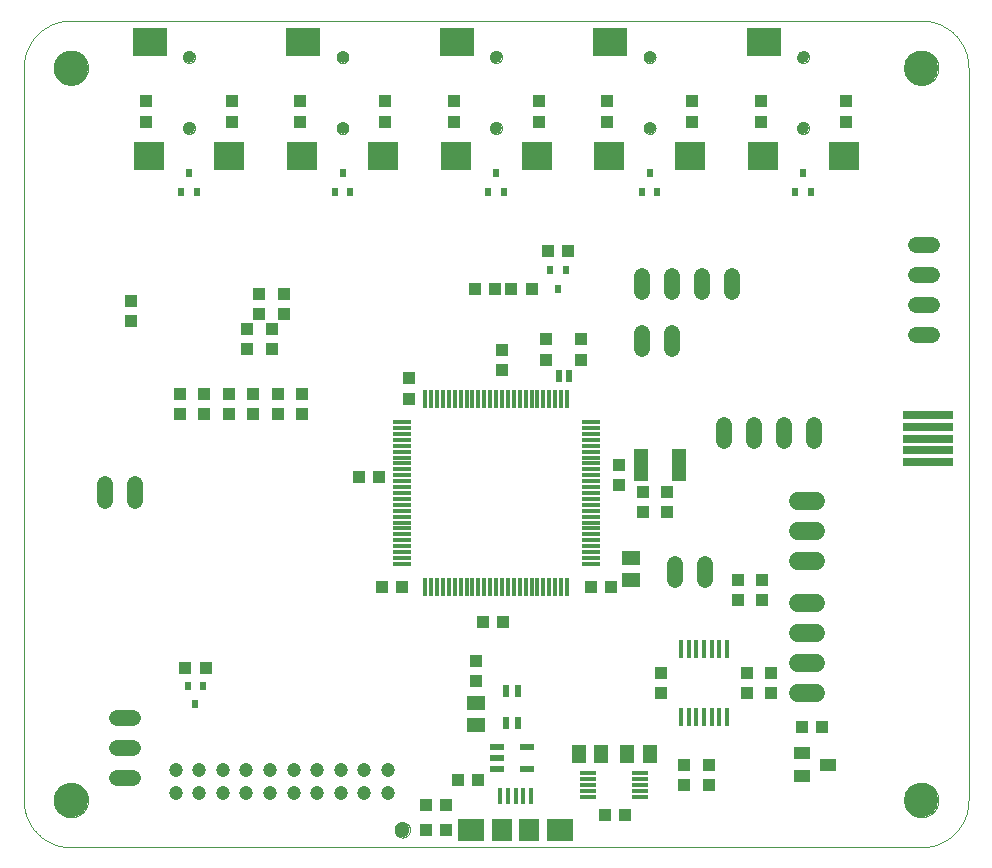
<source format=gts>
G75*
%MOIN*%
%OFA0B0*%
%FSLAX25Y25*%
%IPPOS*%
%LPD*%
%AMOC8*
5,1,8,0,0,1.08239X$1,22.5*
%
%ADD10C,0.00000*%
%ADD11C,0.11417*%
%ADD12R,0.05118X0.05906*%
%ADD13R,0.04331X0.03937*%
%ADD14R,0.03937X0.04331*%
%ADD15R,0.05906X0.05118*%
%ADD16R,0.04724X0.02165*%
%ADD17R,0.01378X0.06299*%
%ADD18R,0.02362X0.04331*%
%ADD19R,0.04528X0.10630*%
%ADD20C,0.05118*%
%ADD21C,0.04724*%
%ADD22R,0.11220X0.09449*%
%ADD23R,0.10433X0.09449*%
%ADD24R,0.02264X0.04488*%
%ADD25R,0.01181X0.05906*%
%ADD26R,0.05906X0.01181*%
%ADD27R,0.05512X0.01181*%
%ADD28C,0.06000*%
%ADD29R,0.01575X0.05512*%
%ADD30R,0.09055X0.07480*%
%ADD31R,0.07087X0.07480*%
%ADD32C,0.03937*%
%ADD33C,0.05400*%
%ADD34R,0.16535X0.02756*%
%ADD35R,0.02362X0.03150*%
%ADD36R,0.05512X0.03937*%
D10*
X0017248Y0015345D02*
X0300713Y0015345D01*
X0295004Y0031093D02*
X0295006Y0031244D01*
X0295012Y0031394D01*
X0295022Y0031545D01*
X0295036Y0031695D01*
X0295054Y0031844D01*
X0295075Y0031994D01*
X0295101Y0032142D01*
X0295131Y0032290D01*
X0295164Y0032437D01*
X0295202Y0032583D01*
X0295243Y0032728D01*
X0295288Y0032872D01*
X0295337Y0033014D01*
X0295390Y0033155D01*
X0295446Y0033295D01*
X0295506Y0033433D01*
X0295569Y0033570D01*
X0295637Y0033705D01*
X0295707Y0033838D01*
X0295781Y0033969D01*
X0295859Y0034098D01*
X0295940Y0034225D01*
X0296024Y0034350D01*
X0296112Y0034473D01*
X0296203Y0034593D01*
X0296297Y0034711D01*
X0296394Y0034826D01*
X0296494Y0034939D01*
X0296597Y0035049D01*
X0296703Y0035156D01*
X0296812Y0035261D01*
X0296923Y0035362D01*
X0297037Y0035461D01*
X0297153Y0035556D01*
X0297273Y0035649D01*
X0297394Y0035738D01*
X0297518Y0035824D01*
X0297644Y0035907D01*
X0297772Y0035986D01*
X0297902Y0036062D01*
X0298034Y0036135D01*
X0298168Y0036203D01*
X0298304Y0036269D01*
X0298442Y0036331D01*
X0298581Y0036389D01*
X0298721Y0036443D01*
X0298863Y0036494D01*
X0299006Y0036541D01*
X0299151Y0036584D01*
X0299296Y0036623D01*
X0299443Y0036659D01*
X0299590Y0036690D01*
X0299738Y0036718D01*
X0299887Y0036742D01*
X0300036Y0036762D01*
X0300186Y0036778D01*
X0300336Y0036790D01*
X0300487Y0036798D01*
X0300638Y0036802D01*
X0300788Y0036802D01*
X0300939Y0036798D01*
X0301090Y0036790D01*
X0301240Y0036778D01*
X0301390Y0036762D01*
X0301539Y0036742D01*
X0301688Y0036718D01*
X0301836Y0036690D01*
X0301983Y0036659D01*
X0302130Y0036623D01*
X0302275Y0036584D01*
X0302420Y0036541D01*
X0302563Y0036494D01*
X0302705Y0036443D01*
X0302845Y0036389D01*
X0302984Y0036331D01*
X0303122Y0036269D01*
X0303258Y0036203D01*
X0303392Y0036135D01*
X0303524Y0036062D01*
X0303654Y0035986D01*
X0303782Y0035907D01*
X0303908Y0035824D01*
X0304032Y0035738D01*
X0304153Y0035649D01*
X0304273Y0035556D01*
X0304389Y0035461D01*
X0304503Y0035362D01*
X0304614Y0035261D01*
X0304723Y0035156D01*
X0304829Y0035049D01*
X0304932Y0034939D01*
X0305032Y0034826D01*
X0305129Y0034711D01*
X0305223Y0034593D01*
X0305314Y0034473D01*
X0305402Y0034350D01*
X0305486Y0034225D01*
X0305567Y0034098D01*
X0305645Y0033969D01*
X0305719Y0033838D01*
X0305789Y0033705D01*
X0305857Y0033570D01*
X0305920Y0033433D01*
X0305980Y0033295D01*
X0306036Y0033155D01*
X0306089Y0033014D01*
X0306138Y0032872D01*
X0306183Y0032728D01*
X0306224Y0032583D01*
X0306262Y0032437D01*
X0306295Y0032290D01*
X0306325Y0032142D01*
X0306351Y0031994D01*
X0306372Y0031844D01*
X0306390Y0031695D01*
X0306404Y0031545D01*
X0306414Y0031394D01*
X0306420Y0031244D01*
X0306422Y0031093D01*
X0306420Y0030942D01*
X0306414Y0030792D01*
X0306404Y0030641D01*
X0306390Y0030491D01*
X0306372Y0030342D01*
X0306351Y0030192D01*
X0306325Y0030044D01*
X0306295Y0029896D01*
X0306262Y0029749D01*
X0306224Y0029603D01*
X0306183Y0029458D01*
X0306138Y0029314D01*
X0306089Y0029172D01*
X0306036Y0029031D01*
X0305980Y0028891D01*
X0305920Y0028753D01*
X0305857Y0028616D01*
X0305789Y0028481D01*
X0305719Y0028348D01*
X0305645Y0028217D01*
X0305567Y0028088D01*
X0305486Y0027961D01*
X0305402Y0027836D01*
X0305314Y0027713D01*
X0305223Y0027593D01*
X0305129Y0027475D01*
X0305032Y0027360D01*
X0304932Y0027247D01*
X0304829Y0027137D01*
X0304723Y0027030D01*
X0304614Y0026925D01*
X0304503Y0026824D01*
X0304389Y0026725D01*
X0304273Y0026630D01*
X0304153Y0026537D01*
X0304032Y0026448D01*
X0303908Y0026362D01*
X0303782Y0026279D01*
X0303654Y0026200D01*
X0303524Y0026124D01*
X0303392Y0026051D01*
X0303258Y0025983D01*
X0303122Y0025917D01*
X0302984Y0025855D01*
X0302845Y0025797D01*
X0302705Y0025743D01*
X0302563Y0025692D01*
X0302420Y0025645D01*
X0302275Y0025602D01*
X0302130Y0025563D01*
X0301983Y0025527D01*
X0301836Y0025496D01*
X0301688Y0025468D01*
X0301539Y0025444D01*
X0301390Y0025424D01*
X0301240Y0025408D01*
X0301090Y0025396D01*
X0300939Y0025388D01*
X0300788Y0025384D01*
X0300638Y0025384D01*
X0300487Y0025388D01*
X0300336Y0025396D01*
X0300186Y0025408D01*
X0300036Y0025424D01*
X0299887Y0025444D01*
X0299738Y0025468D01*
X0299590Y0025496D01*
X0299443Y0025527D01*
X0299296Y0025563D01*
X0299151Y0025602D01*
X0299006Y0025645D01*
X0298863Y0025692D01*
X0298721Y0025743D01*
X0298581Y0025797D01*
X0298442Y0025855D01*
X0298304Y0025917D01*
X0298168Y0025983D01*
X0298034Y0026051D01*
X0297902Y0026124D01*
X0297772Y0026200D01*
X0297644Y0026279D01*
X0297518Y0026362D01*
X0297394Y0026448D01*
X0297273Y0026537D01*
X0297153Y0026630D01*
X0297037Y0026725D01*
X0296923Y0026824D01*
X0296812Y0026925D01*
X0296703Y0027030D01*
X0296597Y0027137D01*
X0296494Y0027247D01*
X0296394Y0027360D01*
X0296297Y0027475D01*
X0296203Y0027593D01*
X0296112Y0027713D01*
X0296024Y0027836D01*
X0295940Y0027961D01*
X0295859Y0028088D01*
X0295781Y0028217D01*
X0295707Y0028348D01*
X0295637Y0028481D01*
X0295569Y0028616D01*
X0295506Y0028753D01*
X0295446Y0028891D01*
X0295390Y0029031D01*
X0295337Y0029172D01*
X0295288Y0029314D01*
X0295243Y0029458D01*
X0295202Y0029603D01*
X0295164Y0029749D01*
X0295131Y0029896D01*
X0295101Y0030044D01*
X0295075Y0030192D01*
X0295054Y0030342D01*
X0295036Y0030491D01*
X0295022Y0030641D01*
X0295012Y0030792D01*
X0295006Y0030942D01*
X0295004Y0031093D01*
X0300713Y0015345D02*
X0301094Y0015350D01*
X0301474Y0015363D01*
X0301854Y0015386D01*
X0302233Y0015419D01*
X0302611Y0015460D01*
X0302988Y0015510D01*
X0303364Y0015570D01*
X0303739Y0015638D01*
X0304111Y0015716D01*
X0304482Y0015803D01*
X0304850Y0015898D01*
X0305216Y0016003D01*
X0305579Y0016116D01*
X0305940Y0016238D01*
X0306297Y0016368D01*
X0306651Y0016508D01*
X0307002Y0016655D01*
X0307349Y0016812D01*
X0307692Y0016976D01*
X0308031Y0017149D01*
X0308366Y0017330D01*
X0308697Y0017519D01*
X0309022Y0017716D01*
X0309343Y0017920D01*
X0309659Y0018133D01*
X0309969Y0018353D01*
X0310275Y0018580D01*
X0310574Y0018815D01*
X0310868Y0019057D01*
X0311156Y0019305D01*
X0311438Y0019561D01*
X0311713Y0019824D01*
X0311982Y0020093D01*
X0312245Y0020368D01*
X0312501Y0020650D01*
X0312749Y0020938D01*
X0312991Y0021232D01*
X0313226Y0021531D01*
X0313453Y0021837D01*
X0313673Y0022147D01*
X0313886Y0022463D01*
X0314090Y0022784D01*
X0314287Y0023109D01*
X0314476Y0023440D01*
X0314657Y0023775D01*
X0314830Y0024114D01*
X0314994Y0024457D01*
X0315151Y0024804D01*
X0315298Y0025155D01*
X0315438Y0025509D01*
X0315568Y0025866D01*
X0315690Y0026227D01*
X0315803Y0026590D01*
X0315908Y0026956D01*
X0316003Y0027324D01*
X0316090Y0027695D01*
X0316168Y0028067D01*
X0316236Y0028442D01*
X0316296Y0028818D01*
X0316346Y0029195D01*
X0316387Y0029573D01*
X0316420Y0029952D01*
X0316443Y0030332D01*
X0316456Y0030712D01*
X0316461Y0031093D01*
X0316461Y0275187D01*
X0295004Y0275187D02*
X0295006Y0275338D01*
X0295012Y0275488D01*
X0295022Y0275639D01*
X0295036Y0275789D01*
X0295054Y0275938D01*
X0295075Y0276088D01*
X0295101Y0276236D01*
X0295131Y0276384D01*
X0295164Y0276531D01*
X0295202Y0276677D01*
X0295243Y0276822D01*
X0295288Y0276966D01*
X0295337Y0277108D01*
X0295390Y0277249D01*
X0295446Y0277389D01*
X0295506Y0277527D01*
X0295569Y0277664D01*
X0295637Y0277799D01*
X0295707Y0277932D01*
X0295781Y0278063D01*
X0295859Y0278192D01*
X0295940Y0278319D01*
X0296024Y0278444D01*
X0296112Y0278567D01*
X0296203Y0278687D01*
X0296297Y0278805D01*
X0296394Y0278920D01*
X0296494Y0279033D01*
X0296597Y0279143D01*
X0296703Y0279250D01*
X0296812Y0279355D01*
X0296923Y0279456D01*
X0297037Y0279555D01*
X0297153Y0279650D01*
X0297273Y0279743D01*
X0297394Y0279832D01*
X0297518Y0279918D01*
X0297644Y0280001D01*
X0297772Y0280080D01*
X0297902Y0280156D01*
X0298034Y0280229D01*
X0298168Y0280297D01*
X0298304Y0280363D01*
X0298442Y0280425D01*
X0298581Y0280483D01*
X0298721Y0280537D01*
X0298863Y0280588D01*
X0299006Y0280635D01*
X0299151Y0280678D01*
X0299296Y0280717D01*
X0299443Y0280753D01*
X0299590Y0280784D01*
X0299738Y0280812D01*
X0299887Y0280836D01*
X0300036Y0280856D01*
X0300186Y0280872D01*
X0300336Y0280884D01*
X0300487Y0280892D01*
X0300638Y0280896D01*
X0300788Y0280896D01*
X0300939Y0280892D01*
X0301090Y0280884D01*
X0301240Y0280872D01*
X0301390Y0280856D01*
X0301539Y0280836D01*
X0301688Y0280812D01*
X0301836Y0280784D01*
X0301983Y0280753D01*
X0302130Y0280717D01*
X0302275Y0280678D01*
X0302420Y0280635D01*
X0302563Y0280588D01*
X0302705Y0280537D01*
X0302845Y0280483D01*
X0302984Y0280425D01*
X0303122Y0280363D01*
X0303258Y0280297D01*
X0303392Y0280229D01*
X0303524Y0280156D01*
X0303654Y0280080D01*
X0303782Y0280001D01*
X0303908Y0279918D01*
X0304032Y0279832D01*
X0304153Y0279743D01*
X0304273Y0279650D01*
X0304389Y0279555D01*
X0304503Y0279456D01*
X0304614Y0279355D01*
X0304723Y0279250D01*
X0304829Y0279143D01*
X0304932Y0279033D01*
X0305032Y0278920D01*
X0305129Y0278805D01*
X0305223Y0278687D01*
X0305314Y0278567D01*
X0305402Y0278444D01*
X0305486Y0278319D01*
X0305567Y0278192D01*
X0305645Y0278063D01*
X0305719Y0277932D01*
X0305789Y0277799D01*
X0305857Y0277664D01*
X0305920Y0277527D01*
X0305980Y0277389D01*
X0306036Y0277249D01*
X0306089Y0277108D01*
X0306138Y0276966D01*
X0306183Y0276822D01*
X0306224Y0276677D01*
X0306262Y0276531D01*
X0306295Y0276384D01*
X0306325Y0276236D01*
X0306351Y0276088D01*
X0306372Y0275938D01*
X0306390Y0275789D01*
X0306404Y0275639D01*
X0306414Y0275488D01*
X0306420Y0275338D01*
X0306422Y0275187D01*
X0306420Y0275036D01*
X0306414Y0274886D01*
X0306404Y0274735D01*
X0306390Y0274585D01*
X0306372Y0274436D01*
X0306351Y0274286D01*
X0306325Y0274138D01*
X0306295Y0273990D01*
X0306262Y0273843D01*
X0306224Y0273697D01*
X0306183Y0273552D01*
X0306138Y0273408D01*
X0306089Y0273266D01*
X0306036Y0273125D01*
X0305980Y0272985D01*
X0305920Y0272847D01*
X0305857Y0272710D01*
X0305789Y0272575D01*
X0305719Y0272442D01*
X0305645Y0272311D01*
X0305567Y0272182D01*
X0305486Y0272055D01*
X0305402Y0271930D01*
X0305314Y0271807D01*
X0305223Y0271687D01*
X0305129Y0271569D01*
X0305032Y0271454D01*
X0304932Y0271341D01*
X0304829Y0271231D01*
X0304723Y0271124D01*
X0304614Y0271019D01*
X0304503Y0270918D01*
X0304389Y0270819D01*
X0304273Y0270724D01*
X0304153Y0270631D01*
X0304032Y0270542D01*
X0303908Y0270456D01*
X0303782Y0270373D01*
X0303654Y0270294D01*
X0303524Y0270218D01*
X0303392Y0270145D01*
X0303258Y0270077D01*
X0303122Y0270011D01*
X0302984Y0269949D01*
X0302845Y0269891D01*
X0302705Y0269837D01*
X0302563Y0269786D01*
X0302420Y0269739D01*
X0302275Y0269696D01*
X0302130Y0269657D01*
X0301983Y0269621D01*
X0301836Y0269590D01*
X0301688Y0269562D01*
X0301539Y0269538D01*
X0301390Y0269518D01*
X0301240Y0269502D01*
X0301090Y0269490D01*
X0300939Y0269482D01*
X0300788Y0269478D01*
X0300638Y0269478D01*
X0300487Y0269482D01*
X0300336Y0269490D01*
X0300186Y0269502D01*
X0300036Y0269518D01*
X0299887Y0269538D01*
X0299738Y0269562D01*
X0299590Y0269590D01*
X0299443Y0269621D01*
X0299296Y0269657D01*
X0299151Y0269696D01*
X0299006Y0269739D01*
X0298863Y0269786D01*
X0298721Y0269837D01*
X0298581Y0269891D01*
X0298442Y0269949D01*
X0298304Y0270011D01*
X0298168Y0270077D01*
X0298034Y0270145D01*
X0297902Y0270218D01*
X0297772Y0270294D01*
X0297644Y0270373D01*
X0297518Y0270456D01*
X0297394Y0270542D01*
X0297273Y0270631D01*
X0297153Y0270724D01*
X0297037Y0270819D01*
X0296923Y0270918D01*
X0296812Y0271019D01*
X0296703Y0271124D01*
X0296597Y0271231D01*
X0296494Y0271341D01*
X0296394Y0271454D01*
X0296297Y0271569D01*
X0296203Y0271687D01*
X0296112Y0271807D01*
X0296024Y0271930D01*
X0295940Y0272055D01*
X0295859Y0272182D01*
X0295781Y0272311D01*
X0295707Y0272442D01*
X0295637Y0272575D01*
X0295569Y0272710D01*
X0295506Y0272847D01*
X0295446Y0272985D01*
X0295390Y0273125D01*
X0295337Y0273266D01*
X0295288Y0273408D01*
X0295243Y0273552D01*
X0295202Y0273697D01*
X0295164Y0273843D01*
X0295131Y0273990D01*
X0295101Y0274138D01*
X0295075Y0274286D01*
X0295054Y0274436D01*
X0295036Y0274585D01*
X0295022Y0274735D01*
X0295012Y0274886D01*
X0295006Y0275036D01*
X0295004Y0275187D01*
X0300713Y0290935D02*
X0301094Y0290930D01*
X0301474Y0290917D01*
X0301854Y0290894D01*
X0302233Y0290861D01*
X0302611Y0290820D01*
X0302988Y0290770D01*
X0303364Y0290710D01*
X0303739Y0290642D01*
X0304111Y0290564D01*
X0304482Y0290477D01*
X0304850Y0290382D01*
X0305216Y0290277D01*
X0305579Y0290164D01*
X0305940Y0290042D01*
X0306297Y0289912D01*
X0306651Y0289772D01*
X0307002Y0289625D01*
X0307349Y0289468D01*
X0307692Y0289304D01*
X0308031Y0289131D01*
X0308366Y0288950D01*
X0308697Y0288761D01*
X0309022Y0288564D01*
X0309343Y0288360D01*
X0309659Y0288147D01*
X0309969Y0287927D01*
X0310275Y0287700D01*
X0310574Y0287465D01*
X0310868Y0287223D01*
X0311156Y0286975D01*
X0311438Y0286719D01*
X0311713Y0286456D01*
X0311982Y0286187D01*
X0312245Y0285912D01*
X0312501Y0285630D01*
X0312749Y0285342D01*
X0312991Y0285048D01*
X0313226Y0284749D01*
X0313453Y0284443D01*
X0313673Y0284133D01*
X0313886Y0283817D01*
X0314090Y0283496D01*
X0314287Y0283171D01*
X0314476Y0282840D01*
X0314657Y0282505D01*
X0314830Y0282166D01*
X0314994Y0281823D01*
X0315151Y0281476D01*
X0315298Y0281125D01*
X0315438Y0280771D01*
X0315568Y0280414D01*
X0315690Y0280053D01*
X0315803Y0279690D01*
X0315908Y0279324D01*
X0316003Y0278956D01*
X0316090Y0278585D01*
X0316168Y0278213D01*
X0316236Y0277838D01*
X0316296Y0277462D01*
X0316346Y0277085D01*
X0316387Y0276707D01*
X0316420Y0276328D01*
X0316443Y0275948D01*
X0316456Y0275568D01*
X0316461Y0275187D01*
X0300713Y0290935D02*
X0017248Y0290935D01*
X0011539Y0275187D02*
X0011541Y0275338D01*
X0011547Y0275488D01*
X0011557Y0275639D01*
X0011571Y0275789D01*
X0011589Y0275938D01*
X0011610Y0276088D01*
X0011636Y0276236D01*
X0011666Y0276384D01*
X0011699Y0276531D01*
X0011737Y0276677D01*
X0011778Y0276822D01*
X0011823Y0276966D01*
X0011872Y0277108D01*
X0011925Y0277249D01*
X0011981Y0277389D01*
X0012041Y0277527D01*
X0012104Y0277664D01*
X0012172Y0277799D01*
X0012242Y0277932D01*
X0012316Y0278063D01*
X0012394Y0278192D01*
X0012475Y0278319D01*
X0012559Y0278444D01*
X0012647Y0278567D01*
X0012738Y0278687D01*
X0012832Y0278805D01*
X0012929Y0278920D01*
X0013029Y0279033D01*
X0013132Y0279143D01*
X0013238Y0279250D01*
X0013347Y0279355D01*
X0013458Y0279456D01*
X0013572Y0279555D01*
X0013688Y0279650D01*
X0013808Y0279743D01*
X0013929Y0279832D01*
X0014053Y0279918D01*
X0014179Y0280001D01*
X0014307Y0280080D01*
X0014437Y0280156D01*
X0014569Y0280229D01*
X0014703Y0280297D01*
X0014839Y0280363D01*
X0014977Y0280425D01*
X0015116Y0280483D01*
X0015256Y0280537D01*
X0015398Y0280588D01*
X0015541Y0280635D01*
X0015686Y0280678D01*
X0015831Y0280717D01*
X0015978Y0280753D01*
X0016125Y0280784D01*
X0016273Y0280812D01*
X0016422Y0280836D01*
X0016571Y0280856D01*
X0016721Y0280872D01*
X0016871Y0280884D01*
X0017022Y0280892D01*
X0017173Y0280896D01*
X0017323Y0280896D01*
X0017474Y0280892D01*
X0017625Y0280884D01*
X0017775Y0280872D01*
X0017925Y0280856D01*
X0018074Y0280836D01*
X0018223Y0280812D01*
X0018371Y0280784D01*
X0018518Y0280753D01*
X0018665Y0280717D01*
X0018810Y0280678D01*
X0018955Y0280635D01*
X0019098Y0280588D01*
X0019240Y0280537D01*
X0019380Y0280483D01*
X0019519Y0280425D01*
X0019657Y0280363D01*
X0019793Y0280297D01*
X0019927Y0280229D01*
X0020059Y0280156D01*
X0020189Y0280080D01*
X0020317Y0280001D01*
X0020443Y0279918D01*
X0020567Y0279832D01*
X0020688Y0279743D01*
X0020808Y0279650D01*
X0020924Y0279555D01*
X0021038Y0279456D01*
X0021149Y0279355D01*
X0021258Y0279250D01*
X0021364Y0279143D01*
X0021467Y0279033D01*
X0021567Y0278920D01*
X0021664Y0278805D01*
X0021758Y0278687D01*
X0021849Y0278567D01*
X0021937Y0278444D01*
X0022021Y0278319D01*
X0022102Y0278192D01*
X0022180Y0278063D01*
X0022254Y0277932D01*
X0022324Y0277799D01*
X0022392Y0277664D01*
X0022455Y0277527D01*
X0022515Y0277389D01*
X0022571Y0277249D01*
X0022624Y0277108D01*
X0022673Y0276966D01*
X0022718Y0276822D01*
X0022759Y0276677D01*
X0022797Y0276531D01*
X0022830Y0276384D01*
X0022860Y0276236D01*
X0022886Y0276088D01*
X0022907Y0275938D01*
X0022925Y0275789D01*
X0022939Y0275639D01*
X0022949Y0275488D01*
X0022955Y0275338D01*
X0022957Y0275187D01*
X0022955Y0275036D01*
X0022949Y0274886D01*
X0022939Y0274735D01*
X0022925Y0274585D01*
X0022907Y0274436D01*
X0022886Y0274286D01*
X0022860Y0274138D01*
X0022830Y0273990D01*
X0022797Y0273843D01*
X0022759Y0273697D01*
X0022718Y0273552D01*
X0022673Y0273408D01*
X0022624Y0273266D01*
X0022571Y0273125D01*
X0022515Y0272985D01*
X0022455Y0272847D01*
X0022392Y0272710D01*
X0022324Y0272575D01*
X0022254Y0272442D01*
X0022180Y0272311D01*
X0022102Y0272182D01*
X0022021Y0272055D01*
X0021937Y0271930D01*
X0021849Y0271807D01*
X0021758Y0271687D01*
X0021664Y0271569D01*
X0021567Y0271454D01*
X0021467Y0271341D01*
X0021364Y0271231D01*
X0021258Y0271124D01*
X0021149Y0271019D01*
X0021038Y0270918D01*
X0020924Y0270819D01*
X0020808Y0270724D01*
X0020688Y0270631D01*
X0020567Y0270542D01*
X0020443Y0270456D01*
X0020317Y0270373D01*
X0020189Y0270294D01*
X0020059Y0270218D01*
X0019927Y0270145D01*
X0019793Y0270077D01*
X0019657Y0270011D01*
X0019519Y0269949D01*
X0019380Y0269891D01*
X0019240Y0269837D01*
X0019098Y0269786D01*
X0018955Y0269739D01*
X0018810Y0269696D01*
X0018665Y0269657D01*
X0018518Y0269621D01*
X0018371Y0269590D01*
X0018223Y0269562D01*
X0018074Y0269538D01*
X0017925Y0269518D01*
X0017775Y0269502D01*
X0017625Y0269490D01*
X0017474Y0269482D01*
X0017323Y0269478D01*
X0017173Y0269478D01*
X0017022Y0269482D01*
X0016871Y0269490D01*
X0016721Y0269502D01*
X0016571Y0269518D01*
X0016422Y0269538D01*
X0016273Y0269562D01*
X0016125Y0269590D01*
X0015978Y0269621D01*
X0015831Y0269657D01*
X0015686Y0269696D01*
X0015541Y0269739D01*
X0015398Y0269786D01*
X0015256Y0269837D01*
X0015116Y0269891D01*
X0014977Y0269949D01*
X0014839Y0270011D01*
X0014703Y0270077D01*
X0014569Y0270145D01*
X0014437Y0270218D01*
X0014307Y0270294D01*
X0014179Y0270373D01*
X0014053Y0270456D01*
X0013929Y0270542D01*
X0013808Y0270631D01*
X0013688Y0270724D01*
X0013572Y0270819D01*
X0013458Y0270918D01*
X0013347Y0271019D01*
X0013238Y0271124D01*
X0013132Y0271231D01*
X0013029Y0271341D01*
X0012929Y0271454D01*
X0012832Y0271569D01*
X0012738Y0271687D01*
X0012647Y0271807D01*
X0012559Y0271930D01*
X0012475Y0272055D01*
X0012394Y0272182D01*
X0012316Y0272311D01*
X0012242Y0272442D01*
X0012172Y0272575D01*
X0012104Y0272710D01*
X0012041Y0272847D01*
X0011981Y0272985D01*
X0011925Y0273125D01*
X0011872Y0273266D01*
X0011823Y0273408D01*
X0011778Y0273552D01*
X0011737Y0273697D01*
X0011699Y0273843D01*
X0011666Y0273990D01*
X0011636Y0274138D01*
X0011610Y0274286D01*
X0011589Y0274436D01*
X0011571Y0274585D01*
X0011557Y0274735D01*
X0011547Y0274886D01*
X0011541Y0275036D01*
X0011539Y0275187D01*
X0001500Y0275187D02*
X0001505Y0275568D01*
X0001518Y0275948D01*
X0001541Y0276328D01*
X0001574Y0276707D01*
X0001615Y0277085D01*
X0001665Y0277462D01*
X0001725Y0277838D01*
X0001793Y0278213D01*
X0001871Y0278585D01*
X0001958Y0278956D01*
X0002053Y0279324D01*
X0002158Y0279690D01*
X0002271Y0280053D01*
X0002393Y0280414D01*
X0002523Y0280771D01*
X0002663Y0281125D01*
X0002810Y0281476D01*
X0002967Y0281823D01*
X0003131Y0282166D01*
X0003304Y0282505D01*
X0003485Y0282840D01*
X0003674Y0283171D01*
X0003871Y0283496D01*
X0004075Y0283817D01*
X0004288Y0284133D01*
X0004508Y0284443D01*
X0004735Y0284749D01*
X0004970Y0285048D01*
X0005212Y0285342D01*
X0005460Y0285630D01*
X0005716Y0285912D01*
X0005979Y0286187D01*
X0006248Y0286456D01*
X0006523Y0286719D01*
X0006805Y0286975D01*
X0007093Y0287223D01*
X0007387Y0287465D01*
X0007686Y0287700D01*
X0007992Y0287927D01*
X0008302Y0288147D01*
X0008618Y0288360D01*
X0008939Y0288564D01*
X0009264Y0288761D01*
X0009595Y0288950D01*
X0009930Y0289131D01*
X0010269Y0289304D01*
X0010612Y0289468D01*
X0010959Y0289625D01*
X0011310Y0289772D01*
X0011664Y0289912D01*
X0012021Y0290042D01*
X0012382Y0290164D01*
X0012745Y0290277D01*
X0013111Y0290382D01*
X0013479Y0290477D01*
X0013850Y0290564D01*
X0014222Y0290642D01*
X0014597Y0290710D01*
X0014973Y0290770D01*
X0015350Y0290820D01*
X0015728Y0290861D01*
X0016107Y0290894D01*
X0016487Y0290917D01*
X0016867Y0290930D01*
X0017248Y0290935D01*
X0001500Y0275187D02*
X0001500Y0031093D01*
X0011539Y0031093D02*
X0011541Y0031244D01*
X0011547Y0031394D01*
X0011557Y0031545D01*
X0011571Y0031695D01*
X0011589Y0031844D01*
X0011610Y0031994D01*
X0011636Y0032142D01*
X0011666Y0032290D01*
X0011699Y0032437D01*
X0011737Y0032583D01*
X0011778Y0032728D01*
X0011823Y0032872D01*
X0011872Y0033014D01*
X0011925Y0033155D01*
X0011981Y0033295D01*
X0012041Y0033433D01*
X0012104Y0033570D01*
X0012172Y0033705D01*
X0012242Y0033838D01*
X0012316Y0033969D01*
X0012394Y0034098D01*
X0012475Y0034225D01*
X0012559Y0034350D01*
X0012647Y0034473D01*
X0012738Y0034593D01*
X0012832Y0034711D01*
X0012929Y0034826D01*
X0013029Y0034939D01*
X0013132Y0035049D01*
X0013238Y0035156D01*
X0013347Y0035261D01*
X0013458Y0035362D01*
X0013572Y0035461D01*
X0013688Y0035556D01*
X0013808Y0035649D01*
X0013929Y0035738D01*
X0014053Y0035824D01*
X0014179Y0035907D01*
X0014307Y0035986D01*
X0014437Y0036062D01*
X0014569Y0036135D01*
X0014703Y0036203D01*
X0014839Y0036269D01*
X0014977Y0036331D01*
X0015116Y0036389D01*
X0015256Y0036443D01*
X0015398Y0036494D01*
X0015541Y0036541D01*
X0015686Y0036584D01*
X0015831Y0036623D01*
X0015978Y0036659D01*
X0016125Y0036690D01*
X0016273Y0036718D01*
X0016422Y0036742D01*
X0016571Y0036762D01*
X0016721Y0036778D01*
X0016871Y0036790D01*
X0017022Y0036798D01*
X0017173Y0036802D01*
X0017323Y0036802D01*
X0017474Y0036798D01*
X0017625Y0036790D01*
X0017775Y0036778D01*
X0017925Y0036762D01*
X0018074Y0036742D01*
X0018223Y0036718D01*
X0018371Y0036690D01*
X0018518Y0036659D01*
X0018665Y0036623D01*
X0018810Y0036584D01*
X0018955Y0036541D01*
X0019098Y0036494D01*
X0019240Y0036443D01*
X0019380Y0036389D01*
X0019519Y0036331D01*
X0019657Y0036269D01*
X0019793Y0036203D01*
X0019927Y0036135D01*
X0020059Y0036062D01*
X0020189Y0035986D01*
X0020317Y0035907D01*
X0020443Y0035824D01*
X0020567Y0035738D01*
X0020688Y0035649D01*
X0020808Y0035556D01*
X0020924Y0035461D01*
X0021038Y0035362D01*
X0021149Y0035261D01*
X0021258Y0035156D01*
X0021364Y0035049D01*
X0021467Y0034939D01*
X0021567Y0034826D01*
X0021664Y0034711D01*
X0021758Y0034593D01*
X0021849Y0034473D01*
X0021937Y0034350D01*
X0022021Y0034225D01*
X0022102Y0034098D01*
X0022180Y0033969D01*
X0022254Y0033838D01*
X0022324Y0033705D01*
X0022392Y0033570D01*
X0022455Y0033433D01*
X0022515Y0033295D01*
X0022571Y0033155D01*
X0022624Y0033014D01*
X0022673Y0032872D01*
X0022718Y0032728D01*
X0022759Y0032583D01*
X0022797Y0032437D01*
X0022830Y0032290D01*
X0022860Y0032142D01*
X0022886Y0031994D01*
X0022907Y0031844D01*
X0022925Y0031695D01*
X0022939Y0031545D01*
X0022949Y0031394D01*
X0022955Y0031244D01*
X0022957Y0031093D01*
X0022955Y0030942D01*
X0022949Y0030792D01*
X0022939Y0030641D01*
X0022925Y0030491D01*
X0022907Y0030342D01*
X0022886Y0030192D01*
X0022860Y0030044D01*
X0022830Y0029896D01*
X0022797Y0029749D01*
X0022759Y0029603D01*
X0022718Y0029458D01*
X0022673Y0029314D01*
X0022624Y0029172D01*
X0022571Y0029031D01*
X0022515Y0028891D01*
X0022455Y0028753D01*
X0022392Y0028616D01*
X0022324Y0028481D01*
X0022254Y0028348D01*
X0022180Y0028217D01*
X0022102Y0028088D01*
X0022021Y0027961D01*
X0021937Y0027836D01*
X0021849Y0027713D01*
X0021758Y0027593D01*
X0021664Y0027475D01*
X0021567Y0027360D01*
X0021467Y0027247D01*
X0021364Y0027137D01*
X0021258Y0027030D01*
X0021149Y0026925D01*
X0021038Y0026824D01*
X0020924Y0026725D01*
X0020808Y0026630D01*
X0020688Y0026537D01*
X0020567Y0026448D01*
X0020443Y0026362D01*
X0020317Y0026279D01*
X0020189Y0026200D01*
X0020059Y0026124D01*
X0019927Y0026051D01*
X0019793Y0025983D01*
X0019657Y0025917D01*
X0019519Y0025855D01*
X0019380Y0025797D01*
X0019240Y0025743D01*
X0019098Y0025692D01*
X0018955Y0025645D01*
X0018810Y0025602D01*
X0018665Y0025563D01*
X0018518Y0025527D01*
X0018371Y0025496D01*
X0018223Y0025468D01*
X0018074Y0025444D01*
X0017925Y0025424D01*
X0017775Y0025408D01*
X0017625Y0025396D01*
X0017474Y0025388D01*
X0017323Y0025384D01*
X0017173Y0025384D01*
X0017022Y0025388D01*
X0016871Y0025396D01*
X0016721Y0025408D01*
X0016571Y0025424D01*
X0016422Y0025444D01*
X0016273Y0025468D01*
X0016125Y0025496D01*
X0015978Y0025527D01*
X0015831Y0025563D01*
X0015686Y0025602D01*
X0015541Y0025645D01*
X0015398Y0025692D01*
X0015256Y0025743D01*
X0015116Y0025797D01*
X0014977Y0025855D01*
X0014839Y0025917D01*
X0014703Y0025983D01*
X0014569Y0026051D01*
X0014437Y0026124D01*
X0014307Y0026200D01*
X0014179Y0026279D01*
X0014053Y0026362D01*
X0013929Y0026448D01*
X0013808Y0026537D01*
X0013688Y0026630D01*
X0013572Y0026725D01*
X0013458Y0026824D01*
X0013347Y0026925D01*
X0013238Y0027030D01*
X0013132Y0027137D01*
X0013029Y0027247D01*
X0012929Y0027360D01*
X0012832Y0027475D01*
X0012738Y0027593D01*
X0012647Y0027713D01*
X0012559Y0027836D01*
X0012475Y0027961D01*
X0012394Y0028088D01*
X0012316Y0028217D01*
X0012242Y0028348D01*
X0012172Y0028481D01*
X0012104Y0028616D01*
X0012041Y0028753D01*
X0011981Y0028891D01*
X0011925Y0029031D01*
X0011872Y0029172D01*
X0011823Y0029314D01*
X0011778Y0029458D01*
X0011737Y0029603D01*
X0011699Y0029749D01*
X0011666Y0029896D01*
X0011636Y0030044D01*
X0011610Y0030192D01*
X0011589Y0030342D01*
X0011571Y0030491D01*
X0011557Y0030641D01*
X0011547Y0030792D01*
X0011541Y0030942D01*
X0011539Y0031093D01*
X0001500Y0031093D02*
X0001505Y0030712D01*
X0001518Y0030332D01*
X0001541Y0029952D01*
X0001574Y0029573D01*
X0001615Y0029195D01*
X0001665Y0028818D01*
X0001725Y0028442D01*
X0001793Y0028067D01*
X0001871Y0027695D01*
X0001958Y0027324D01*
X0002053Y0026956D01*
X0002158Y0026590D01*
X0002271Y0026227D01*
X0002393Y0025866D01*
X0002523Y0025509D01*
X0002663Y0025155D01*
X0002810Y0024804D01*
X0002967Y0024457D01*
X0003131Y0024114D01*
X0003304Y0023775D01*
X0003485Y0023440D01*
X0003674Y0023109D01*
X0003871Y0022784D01*
X0004075Y0022463D01*
X0004288Y0022147D01*
X0004508Y0021837D01*
X0004735Y0021531D01*
X0004970Y0021232D01*
X0005212Y0020938D01*
X0005460Y0020650D01*
X0005716Y0020368D01*
X0005979Y0020093D01*
X0006248Y0019824D01*
X0006523Y0019561D01*
X0006805Y0019305D01*
X0007093Y0019057D01*
X0007387Y0018815D01*
X0007686Y0018580D01*
X0007992Y0018353D01*
X0008302Y0018133D01*
X0008618Y0017920D01*
X0008939Y0017716D01*
X0009264Y0017519D01*
X0009595Y0017330D01*
X0009930Y0017149D01*
X0010269Y0016976D01*
X0010612Y0016812D01*
X0010959Y0016655D01*
X0011310Y0016508D01*
X0011664Y0016368D01*
X0012021Y0016238D01*
X0012382Y0016116D01*
X0012745Y0016003D01*
X0013111Y0015898D01*
X0013479Y0015803D01*
X0013850Y0015716D01*
X0014222Y0015638D01*
X0014597Y0015570D01*
X0014973Y0015510D01*
X0015350Y0015460D01*
X0015728Y0015419D01*
X0016107Y0015386D01*
X0016487Y0015363D01*
X0016867Y0015350D01*
X0017248Y0015345D01*
X0125161Y0021171D02*
X0125163Y0021272D01*
X0125169Y0021373D01*
X0125179Y0021474D01*
X0125193Y0021574D01*
X0125211Y0021673D01*
X0125233Y0021772D01*
X0125258Y0021870D01*
X0125288Y0021967D01*
X0125321Y0022062D01*
X0125358Y0022156D01*
X0125399Y0022249D01*
X0125443Y0022340D01*
X0125491Y0022429D01*
X0125543Y0022516D01*
X0125598Y0022601D01*
X0125656Y0022683D01*
X0125717Y0022764D01*
X0125782Y0022842D01*
X0125849Y0022917D01*
X0125919Y0022989D01*
X0125993Y0023059D01*
X0126069Y0023126D01*
X0126147Y0023190D01*
X0126228Y0023250D01*
X0126311Y0023307D01*
X0126397Y0023361D01*
X0126485Y0023412D01*
X0126574Y0023459D01*
X0126665Y0023503D01*
X0126758Y0023542D01*
X0126853Y0023579D01*
X0126948Y0023611D01*
X0127045Y0023640D01*
X0127144Y0023664D01*
X0127242Y0023685D01*
X0127342Y0023702D01*
X0127442Y0023715D01*
X0127543Y0023724D01*
X0127644Y0023729D01*
X0127745Y0023730D01*
X0127846Y0023727D01*
X0127947Y0023720D01*
X0128048Y0023709D01*
X0128148Y0023694D01*
X0128247Y0023675D01*
X0128346Y0023652D01*
X0128443Y0023626D01*
X0128540Y0023595D01*
X0128635Y0023561D01*
X0128728Y0023523D01*
X0128821Y0023481D01*
X0128911Y0023436D01*
X0129000Y0023387D01*
X0129086Y0023335D01*
X0129170Y0023279D01*
X0129253Y0023220D01*
X0129332Y0023158D01*
X0129410Y0023093D01*
X0129484Y0023025D01*
X0129556Y0022953D01*
X0129625Y0022880D01*
X0129691Y0022803D01*
X0129754Y0022724D01*
X0129814Y0022642D01*
X0129870Y0022558D01*
X0129923Y0022472D01*
X0129973Y0022384D01*
X0130019Y0022294D01*
X0130062Y0022203D01*
X0130101Y0022109D01*
X0130136Y0022014D01*
X0130167Y0021918D01*
X0130195Y0021821D01*
X0130219Y0021723D01*
X0130239Y0021624D01*
X0130255Y0021524D01*
X0130267Y0021423D01*
X0130275Y0021323D01*
X0130279Y0021222D01*
X0130279Y0021120D01*
X0130275Y0021019D01*
X0130267Y0020919D01*
X0130255Y0020818D01*
X0130239Y0020718D01*
X0130219Y0020619D01*
X0130195Y0020521D01*
X0130167Y0020424D01*
X0130136Y0020328D01*
X0130101Y0020233D01*
X0130062Y0020139D01*
X0130019Y0020048D01*
X0129973Y0019958D01*
X0129923Y0019870D01*
X0129870Y0019784D01*
X0129814Y0019700D01*
X0129754Y0019618D01*
X0129691Y0019539D01*
X0129625Y0019462D01*
X0129556Y0019389D01*
X0129484Y0019317D01*
X0129410Y0019249D01*
X0129332Y0019184D01*
X0129253Y0019122D01*
X0129170Y0019063D01*
X0129086Y0019007D01*
X0128999Y0018955D01*
X0128911Y0018906D01*
X0128821Y0018861D01*
X0128728Y0018819D01*
X0128635Y0018781D01*
X0128540Y0018747D01*
X0128443Y0018716D01*
X0128346Y0018690D01*
X0128247Y0018667D01*
X0128148Y0018648D01*
X0128048Y0018633D01*
X0127947Y0018622D01*
X0127846Y0018615D01*
X0127745Y0018612D01*
X0127644Y0018613D01*
X0127543Y0018618D01*
X0127442Y0018627D01*
X0127342Y0018640D01*
X0127242Y0018657D01*
X0127144Y0018678D01*
X0127045Y0018702D01*
X0126948Y0018731D01*
X0126853Y0018763D01*
X0126758Y0018800D01*
X0126665Y0018839D01*
X0126574Y0018883D01*
X0126485Y0018930D01*
X0126397Y0018981D01*
X0126311Y0019035D01*
X0126228Y0019092D01*
X0126147Y0019152D01*
X0126069Y0019216D01*
X0125993Y0019283D01*
X0125919Y0019353D01*
X0125849Y0019425D01*
X0125782Y0019500D01*
X0125717Y0019578D01*
X0125656Y0019659D01*
X0125598Y0019741D01*
X0125543Y0019826D01*
X0125491Y0019913D01*
X0125443Y0020002D01*
X0125399Y0020093D01*
X0125358Y0020186D01*
X0125321Y0020280D01*
X0125288Y0020375D01*
X0125258Y0020472D01*
X0125233Y0020570D01*
X0125211Y0020669D01*
X0125193Y0020768D01*
X0125179Y0020868D01*
X0125169Y0020969D01*
X0125163Y0021070D01*
X0125161Y0021171D01*
X0105830Y0255108D02*
X0105832Y0255196D01*
X0105838Y0255284D01*
X0105848Y0255372D01*
X0105862Y0255460D01*
X0105879Y0255546D01*
X0105901Y0255632D01*
X0105926Y0255716D01*
X0105956Y0255800D01*
X0105988Y0255882D01*
X0106025Y0255962D01*
X0106065Y0256041D01*
X0106109Y0256118D01*
X0106156Y0256193D01*
X0106206Y0256265D01*
X0106260Y0256336D01*
X0106316Y0256403D01*
X0106376Y0256469D01*
X0106438Y0256531D01*
X0106504Y0256591D01*
X0106571Y0256647D01*
X0106642Y0256701D01*
X0106714Y0256751D01*
X0106789Y0256798D01*
X0106866Y0256842D01*
X0106945Y0256882D01*
X0107025Y0256919D01*
X0107107Y0256951D01*
X0107191Y0256981D01*
X0107275Y0257006D01*
X0107361Y0257028D01*
X0107447Y0257045D01*
X0107535Y0257059D01*
X0107623Y0257069D01*
X0107711Y0257075D01*
X0107799Y0257077D01*
X0107887Y0257075D01*
X0107975Y0257069D01*
X0108063Y0257059D01*
X0108151Y0257045D01*
X0108237Y0257028D01*
X0108323Y0257006D01*
X0108407Y0256981D01*
X0108491Y0256951D01*
X0108573Y0256919D01*
X0108653Y0256882D01*
X0108732Y0256842D01*
X0108809Y0256798D01*
X0108884Y0256751D01*
X0108956Y0256701D01*
X0109027Y0256647D01*
X0109094Y0256591D01*
X0109160Y0256531D01*
X0109222Y0256469D01*
X0109282Y0256403D01*
X0109338Y0256336D01*
X0109392Y0256265D01*
X0109442Y0256193D01*
X0109489Y0256118D01*
X0109533Y0256041D01*
X0109573Y0255962D01*
X0109610Y0255882D01*
X0109642Y0255800D01*
X0109672Y0255716D01*
X0109697Y0255632D01*
X0109719Y0255546D01*
X0109736Y0255460D01*
X0109750Y0255372D01*
X0109760Y0255284D01*
X0109766Y0255196D01*
X0109768Y0255108D01*
X0109766Y0255020D01*
X0109760Y0254932D01*
X0109750Y0254844D01*
X0109736Y0254756D01*
X0109719Y0254670D01*
X0109697Y0254584D01*
X0109672Y0254500D01*
X0109642Y0254416D01*
X0109610Y0254334D01*
X0109573Y0254254D01*
X0109533Y0254175D01*
X0109489Y0254098D01*
X0109442Y0254023D01*
X0109392Y0253951D01*
X0109338Y0253880D01*
X0109282Y0253813D01*
X0109222Y0253747D01*
X0109160Y0253685D01*
X0109094Y0253625D01*
X0109027Y0253569D01*
X0108956Y0253515D01*
X0108884Y0253465D01*
X0108809Y0253418D01*
X0108732Y0253374D01*
X0108653Y0253334D01*
X0108573Y0253297D01*
X0108491Y0253265D01*
X0108407Y0253235D01*
X0108323Y0253210D01*
X0108237Y0253188D01*
X0108151Y0253171D01*
X0108063Y0253157D01*
X0107975Y0253147D01*
X0107887Y0253141D01*
X0107799Y0253139D01*
X0107711Y0253141D01*
X0107623Y0253147D01*
X0107535Y0253157D01*
X0107447Y0253171D01*
X0107361Y0253188D01*
X0107275Y0253210D01*
X0107191Y0253235D01*
X0107107Y0253265D01*
X0107025Y0253297D01*
X0106945Y0253334D01*
X0106866Y0253374D01*
X0106789Y0253418D01*
X0106714Y0253465D01*
X0106642Y0253515D01*
X0106571Y0253569D01*
X0106504Y0253625D01*
X0106438Y0253685D01*
X0106376Y0253747D01*
X0106316Y0253813D01*
X0106260Y0253880D01*
X0106206Y0253951D01*
X0106156Y0254023D01*
X0106109Y0254098D01*
X0106065Y0254175D01*
X0106025Y0254254D01*
X0105988Y0254334D01*
X0105956Y0254416D01*
X0105926Y0254500D01*
X0105901Y0254584D01*
X0105879Y0254670D01*
X0105862Y0254756D01*
X0105848Y0254844D01*
X0105838Y0254932D01*
X0105832Y0255020D01*
X0105830Y0255108D01*
X0105830Y0278731D02*
X0105832Y0278819D01*
X0105838Y0278907D01*
X0105848Y0278995D01*
X0105862Y0279083D01*
X0105879Y0279169D01*
X0105901Y0279255D01*
X0105926Y0279339D01*
X0105956Y0279423D01*
X0105988Y0279505D01*
X0106025Y0279585D01*
X0106065Y0279664D01*
X0106109Y0279741D01*
X0106156Y0279816D01*
X0106206Y0279888D01*
X0106260Y0279959D01*
X0106316Y0280026D01*
X0106376Y0280092D01*
X0106438Y0280154D01*
X0106504Y0280214D01*
X0106571Y0280270D01*
X0106642Y0280324D01*
X0106714Y0280374D01*
X0106789Y0280421D01*
X0106866Y0280465D01*
X0106945Y0280505D01*
X0107025Y0280542D01*
X0107107Y0280574D01*
X0107191Y0280604D01*
X0107275Y0280629D01*
X0107361Y0280651D01*
X0107447Y0280668D01*
X0107535Y0280682D01*
X0107623Y0280692D01*
X0107711Y0280698D01*
X0107799Y0280700D01*
X0107887Y0280698D01*
X0107975Y0280692D01*
X0108063Y0280682D01*
X0108151Y0280668D01*
X0108237Y0280651D01*
X0108323Y0280629D01*
X0108407Y0280604D01*
X0108491Y0280574D01*
X0108573Y0280542D01*
X0108653Y0280505D01*
X0108732Y0280465D01*
X0108809Y0280421D01*
X0108884Y0280374D01*
X0108956Y0280324D01*
X0109027Y0280270D01*
X0109094Y0280214D01*
X0109160Y0280154D01*
X0109222Y0280092D01*
X0109282Y0280026D01*
X0109338Y0279959D01*
X0109392Y0279888D01*
X0109442Y0279816D01*
X0109489Y0279741D01*
X0109533Y0279664D01*
X0109573Y0279585D01*
X0109610Y0279505D01*
X0109642Y0279423D01*
X0109672Y0279339D01*
X0109697Y0279255D01*
X0109719Y0279169D01*
X0109736Y0279083D01*
X0109750Y0278995D01*
X0109760Y0278907D01*
X0109766Y0278819D01*
X0109768Y0278731D01*
X0109766Y0278643D01*
X0109760Y0278555D01*
X0109750Y0278467D01*
X0109736Y0278379D01*
X0109719Y0278293D01*
X0109697Y0278207D01*
X0109672Y0278123D01*
X0109642Y0278039D01*
X0109610Y0277957D01*
X0109573Y0277877D01*
X0109533Y0277798D01*
X0109489Y0277721D01*
X0109442Y0277646D01*
X0109392Y0277574D01*
X0109338Y0277503D01*
X0109282Y0277436D01*
X0109222Y0277370D01*
X0109160Y0277308D01*
X0109094Y0277248D01*
X0109027Y0277192D01*
X0108956Y0277138D01*
X0108884Y0277088D01*
X0108809Y0277041D01*
X0108732Y0276997D01*
X0108653Y0276957D01*
X0108573Y0276920D01*
X0108491Y0276888D01*
X0108407Y0276858D01*
X0108323Y0276833D01*
X0108237Y0276811D01*
X0108151Y0276794D01*
X0108063Y0276780D01*
X0107975Y0276770D01*
X0107887Y0276764D01*
X0107799Y0276762D01*
X0107711Y0276764D01*
X0107623Y0276770D01*
X0107535Y0276780D01*
X0107447Y0276794D01*
X0107361Y0276811D01*
X0107275Y0276833D01*
X0107191Y0276858D01*
X0107107Y0276888D01*
X0107025Y0276920D01*
X0106945Y0276957D01*
X0106866Y0276997D01*
X0106789Y0277041D01*
X0106714Y0277088D01*
X0106642Y0277138D01*
X0106571Y0277192D01*
X0106504Y0277248D01*
X0106438Y0277308D01*
X0106376Y0277370D01*
X0106316Y0277436D01*
X0106260Y0277503D01*
X0106206Y0277574D01*
X0106156Y0277646D01*
X0106109Y0277721D01*
X0106065Y0277798D01*
X0106025Y0277877D01*
X0105988Y0277957D01*
X0105956Y0278039D01*
X0105926Y0278123D01*
X0105901Y0278207D01*
X0105879Y0278293D01*
X0105862Y0278379D01*
X0105848Y0278467D01*
X0105838Y0278555D01*
X0105832Y0278643D01*
X0105830Y0278731D01*
X0054649Y0278731D02*
X0054651Y0278819D01*
X0054657Y0278907D01*
X0054667Y0278995D01*
X0054681Y0279083D01*
X0054698Y0279169D01*
X0054720Y0279255D01*
X0054745Y0279339D01*
X0054775Y0279423D01*
X0054807Y0279505D01*
X0054844Y0279585D01*
X0054884Y0279664D01*
X0054928Y0279741D01*
X0054975Y0279816D01*
X0055025Y0279888D01*
X0055079Y0279959D01*
X0055135Y0280026D01*
X0055195Y0280092D01*
X0055257Y0280154D01*
X0055323Y0280214D01*
X0055390Y0280270D01*
X0055461Y0280324D01*
X0055533Y0280374D01*
X0055608Y0280421D01*
X0055685Y0280465D01*
X0055764Y0280505D01*
X0055844Y0280542D01*
X0055926Y0280574D01*
X0056010Y0280604D01*
X0056094Y0280629D01*
X0056180Y0280651D01*
X0056266Y0280668D01*
X0056354Y0280682D01*
X0056442Y0280692D01*
X0056530Y0280698D01*
X0056618Y0280700D01*
X0056706Y0280698D01*
X0056794Y0280692D01*
X0056882Y0280682D01*
X0056970Y0280668D01*
X0057056Y0280651D01*
X0057142Y0280629D01*
X0057226Y0280604D01*
X0057310Y0280574D01*
X0057392Y0280542D01*
X0057472Y0280505D01*
X0057551Y0280465D01*
X0057628Y0280421D01*
X0057703Y0280374D01*
X0057775Y0280324D01*
X0057846Y0280270D01*
X0057913Y0280214D01*
X0057979Y0280154D01*
X0058041Y0280092D01*
X0058101Y0280026D01*
X0058157Y0279959D01*
X0058211Y0279888D01*
X0058261Y0279816D01*
X0058308Y0279741D01*
X0058352Y0279664D01*
X0058392Y0279585D01*
X0058429Y0279505D01*
X0058461Y0279423D01*
X0058491Y0279339D01*
X0058516Y0279255D01*
X0058538Y0279169D01*
X0058555Y0279083D01*
X0058569Y0278995D01*
X0058579Y0278907D01*
X0058585Y0278819D01*
X0058587Y0278731D01*
X0058585Y0278643D01*
X0058579Y0278555D01*
X0058569Y0278467D01*
X0058555Y0278379D01*
X0058538Y0278293D01*
X0058516Y0278207D01*
X0058491Y0278123D01*
X0058461Y0278039D01*
X0058429Y0277957D01*
X0058392Y0277877D01*
X0058352Y0277798D01*
X0058308Y0277721D01*
X0058261Y0277646D01*
X0058211Y0277574D01*
X0058157Y0277503D01*
X0058101Y0277436D01*
X0058041Y0277370D01*
X0057979Y0277308D01*
X0057913Y0277248D01*
X0057846Y0277192D01*
X0057775Y0277138D01*
X0057703Y0277088D01*
X0057628Y0277041D01*
X0057551Y0276997D01*
X0057472Y0276957D01*
X0057392Y0276920D01*
X0057310Y0276888D01*
X0057226Y0276858D01*
X0057142Y0276833D01*
X0057056Y0276811D01*
X0056970Y0276794D01*
X0056882Y0276780D01*
X0056794Y0276770D01*
X0056706Y0276764D01*
X0056618Y0276762D01*
X0056530Y0276764D01*
X0056442Y0276770D01*
X0056354Y0276780D01*
X0056266Y0276794D01*
X0056180Y0276811D01*
X0056094Y0276833D01*
X0056010Y0276858D01*
X0055926Y0276888D01*
X0055844Y0276920D01*
X0055764Y0276957D01*
X0055685Y0276997D01*
X0055608Y0277041D01*
X0055533Y0277088D01*
X0055461Y0277138D01*
X0055390Y0277192D01*
X0055323Y0277248D01*
X0055257Y0277308D01*
X0055195Y0277370D01*
X0055135Y0277436D01*
X0055079Y0277503D01*
X0055025Y0277574D01*
X0054975Y0277646D01*
X0054928Y0277721D01*
X0054884Y0277798D01*
X0054844Y0277877D01*
X0054807Y0277957D01*
X0054775Y0278039D01*
X0054745Y0278123D01*
X0054720Y0278207D01*
X0054698Y0278293D01*
X0054681Y0278379D01*
X0054667Y0278467D01*
X0054657Y0278555D01*
X0054651Y0278643D01*
X0054649Y0278731D01*
X0054649Y0255108D02*
X0054651Y0255196D01*
X0054657Y0255284D01*
X0054667Y0255372D01*
X0054681Y0255460D01*
X0054698Y0255546D01*
X0054720Y0255632D01*
X0054745Y0255716D01*
X0054775Y0255800D01*
X0054807Y0255882D01*
X0054844Y0255962D01*
X0054884Y0256041D01*
X0054928Y0256118D01*
X0054975Y0256193D01*
X0055025Y0256265D01*
X0055079Y0256336D01*
X0055135Y0256403D01*
X0055195Y0256469D01*
X0055257Y0256531D01*
X0055323Y0256591D01*
X0055390Y0256647D01*
X0055461Y0256701D01*
X0055533Y0256751D01*
X0055608Y0256798D01*
X0055685Y0256842D01*
X0055764Y0256882D01*
X0055844Y0256919D01*
X0055926Y0256951D01*
X0056010Y0256981D01*
X0056094Y0257006D01*
X0056180Y0257028D01*
X0056266Y0257045D01*
X0056354Y0257059D01*
X0056442Y0257069D01*
X0056530Y0257075D01*
X0056618Y0257077D01*
X0056706Y0257075D01*
X0056794Y0257069D01*
X0056882Y0257059D01*
X0056970Y0257045D01*
X0057056Y0257028D01*
X0057142Y0257006D01*
X0057226Y0256981D01*
X0057310Y0256951D01*
X0057392Y0256919D01*
X0057472Y0256882D01*
X0057551Y0256842D01*
X0057628Y0256798D01*
X0057703Y0256751D01*
X0057775Y0256701D01*
X0057846Y0256647D01*
X0057913Y0256591D01*
X0057979Y0256531D01*
X0058041Y0256469D01*
X0058101Y0256403D01*
X0058157Y0256336D01*
X0058211Y0256265D01*
X0058261Y0256193D01*
X0058308Y0256118D01*
X0058352Y0256041D01*
X0058392Y0255962D01*
X0058429Y0255882D01*
X0058461Y0255800D01*
X0058491Y0255716D01*
X0058516Y0255632D01*
X0058538Y0255546D01*
X0058555Y0255460D01*
X0058569Y0255372D01*
X0058579Y0255284D01*
X0058585Y0255196D01*
X0058587Y0255108D01*
X0058585Y0255020D01*
X0058579Y0254932D01*
X0058569Y0254844D01*
X0058555Y0254756D01*
X0058538Y0254670D01*
X0058516Y0254584D01*
X0058491Y0254500D01*
X0058461Y0254416D01*
X0058429Y0254334D01*
X0058392Y0254254D01*
X0058352Y0254175D01*
X0058308Y0254098D01*
X0058261Y0254023D01*
X0058211Y0253951D01*
X0058157Y0253880D01*
X0058101Y0253813D01*
X0058041Y0253747D01*
X0057979Y0253685D01*
X0057913Y0253625D01*
X0057846Y0253569D01*
X0057775Y0253515D01*
X0057703Y0253465D01*
X0057628Y0253418D01*
X0057551Y0253374D01*
X0057472Y0253334D01*
X0057392Y0253297D01*
X0057310Y0253265D01*
X0057226Y0253235D01*
X0057142Y0253210D01*
X0057056Y0253188D01*
X0056970Y0253171D01*
X0056882Y0253157D01*
X0056794Y0253147D01*
X0056706Y0253141D01*
X0056618Y0253139D01*
X0056530Y0253141D01*
X0056442Y0253147D01*
X0056354Y0253157D01*
X0056266Y0253171D01*
X0056180Y0253188D01*
X0056094Y0253210D01*
X0056010Y0253235D01*
X0055926Y0253265D01*
X0055844Y0253297D01*
X0055764Y0253334D01*
X0055685Y0253374D01*
X0055608Y0253418D01*
X0055533Y0253465D01*
X0055461Y0253515D01*
X0055390Y0253569D01*
X0055323Y0253625D01*
X0055257Y0253685D01*
X0055195Y0253747D01*
X0055135Y0253813D01*
X0055079Y0253880D01*
X0055025Y0253951D01*
X0054975Y0254023D01*
X0054928Y0254098D01*
X0054884Y0254175D01*
X0054844Y0254254D01*
X0054807Y0254334D01*
X0054775Y0254416D01*
X0054745Y0254500D01*
X0054720Y0254584D01*
X0054698Y0254670D01*
X0054681Y0254756D01*
X0054667Y0254844D01*
X0054657Y0254932D01*
X0054651Y0255020D01*
X0054649Y0255108D01*
X0157011Y0255108D02*
X0157013Y0255196D01*
X0157019Y0255284D01*
X0157029Y0255372D01*
X0157043Y0255460D01*
X0157060Y0255546D01*
X0157082Y0255632D01*
X0157107Y0255716D01*
X0157137Y0255800D01*
X0157169Y0255882D01*
X0157206Y0255962D01*
X0157246Y0256041D01*
X0157290Y0256118D01*
X0157337Y0256193D01*
X0157387Y0256265D01*
X0157441Y0256336D01*
X0157497Y0256403D01*
X0157557Y0256469D01*
X0157619Y0256531D01*
X0157685Y0256591D01*
X0157752Y0256647D01*
X0157823Y0256701D01*
X0157895Y0256751D01*
X0157970Y0256798D01*
X0158047Y0256842D01*
X0158126Y0256882D01*
X0158206Y0256919D01*
X0158288Y0256951D01*
X0158372Y0256981D01*
X0158456Y0257006D01*
X0158542Y0257028D01*
X0158628Y0257045D01*
X0158716Y0257059D01*
X0158804Y0257069D01*
X0158892Y0257075D01*
X0158980Y0257077D01*
X0159068Y0257075D01*
X0159156Y0257069D01*
X0159244Y0257059D01*
X0159332Y0257045D01*
X0159418Y0257028D01*
X0159504Y0257006D01*
X0159588Y0256981D01*
X0159672Y0256951D01*
X0159754Y0256919D01*
X0159834Y0256882D01*
X0159913Y0256842D01*
X0159990Y0256798D01*
X0160065Y0256751D01*
X0160137Y0256701D01*
X0160208Y0256647D01*
X0160275Y0256591D01*
X0160341Y0256531D01*
X0160403Y0256469D01*
X0160463Y0256403D01*
X0160519Y0256336D01*
X0160573Y0256265D01*
X0160623Y0256193D01*
X0160670Y0256118D01*
X0160714Y0256041D01*
X0160754Y0255962D01*
X0160791Y0255882D01*
X0160823Y0255800D01*
X0160853Y0255716D01*
X0160878Y0255632D01*
X0160900Y0255546D01*
X0160917Y0255460D01*
X0160931Y0255372D01*
X0160941Y0255284D01*
X0160947Y0255196D01*
X0160949Y0255108D01*
X0160947Y0255020D01*
X0160941Y0254932D01*
X0160931Y0254844D01*
X0160917Y0254756D01*
X0160900Y0254670D01*
X0160878Y0254584D01*
X0160853Y0254500D01*
X0160823Y0254416D01*
X0160791Y0254334D01*
X0160754Y0254254D01*
X0160714Y0254175D01*
X0160670Y0254098D01*
X0160623Y0254023D01*
X0160573Y0253951D01*
X0160519Y0253880D01*
X0160463Y0253813D01*
X0160403Y0253747D01*
X0160341Y0253685D01*
X0160275Y0253625D01*
X0160208Y0253569D01*
X0160137Y0253515D01*
X0160065Y0253465D01*
X0159990Y0253418D01*
X0159913Y0253374D01*
X0159834Y0253334D01*
X0159754Y0253297D01*
X0159672Y0253265D01*
X0159588Y0253235D01*
X0159504Y0253210D01*
X0159418Y0253188D01*
X0159332Y0253171D01*
X0159244Y0253157D01*
X0159156Y0253147D01*
X0159068Y0253141D01*
X0158980Y0253139D01*
X0158892Y0253141D01*
X0158804Y0253147D01*
X0158716Y0253157D01*
X0158628Y0253171D01*
X0158542Y0253188D01*
X0158456Y0253210D01*
X0158372Y0253235D01*
X0158288Y0253265D01*
X0158206Y0253297D01*
X0158126Y0253334D01*
X0158047Y0253374D01*
X0157970Y0253418D01*
X0157895Y0253465D01*
X0157823Y0253515D01*
X0157752Y0253569D01*
X0157685Y0253625D01*
X0157619Y0253685D01*
X0157557Y0253747D01*
X0157497Y0253813D01*
X0157441Y0253880D01*
X0157387Y0253951D01*
X0157337Y0254023D01*
X0157290Y0254098D01*
X0157246Y0254175D01*
X0157206Y0254254D01*
X0157169Y0254334D01*
X0157137Y0254416D01*
X0157107Y0254500D01*
X0157082Y0254584D01*
X0157060Y0254670D01*
X0157043Y0254756D01*
X0157029Y0254844D01*
X0157019Y0254932D01*
X0157013Y0255020D01*
X0157011Y0255108D01*
X0157011Y0278731D02*
X0157013Y0278819D01*
X0157019Y0278907D01*
X0157029Y0278995D01*
X0157043Y0279083D01*
X0157060Y0279169D01*
X0157082Y0279255D01*
X0157107Y0279339D01*
X0157137Y0279423D01*
X0157169Y0279505D01*
X0157206Y0279585D01*
X0157246Y0279664D01*
X0157290Y0279741D01*
X0157337Y0279816D01*
X0157387Y0279888D01*
X0157441Y0279959D01*
X0157497Y0280026D01*
X0157557Y0280092D01*
X0157619Y0280154D01*
X0157685Y0280214D01*
X0157752Y0280270D01*
X0157823Y0280324D01*
X0157895Y0280374D01*
X0157970Y0280421D01*
X0158047Y0280465D01*
X0158126Y0280505D01*
X0158206Y0280542D01*
X0158288Y0280574D01*
X0158372Y0280604D01*
X0158456Y0280629D01*
X0158542Y0280651D01*
X0158628Y0280668D01*
X0158716Y0280682D01*
X0158804Y0280692D01*
X0158892Y0280698D01*
X0158980Y0280700D01*
X0159068Y0280698D01*
X0159156Y0280692D01*
X0159244Y0280682D01*
X0159332Y0280668D01*
X0159418Y0280651D01*
X0159504Y0280629D01*
X0159588Y0280604D01*
X0159672Y0280574D01*
X0159754Y0280542D01*
X0159834Y0280505D01*
X0159913Y0280465D01*
X0159990Y0280421D01*
X0160065Y0280374D01*
X0160137Y0280324D01*
X0160208Y0280270D01*
X0160275Y0280214D01*
X0160341Y0280154D01*
X0160403Y0280092D01*
X0160463Y0280026D01*
X0160519Y0279959D01*
X0160573Y0279888D01*
X0160623Y0279816D01*
X0160670Y0279741D01*
X0160714Y0279664D01*
X0160754Y0279585D01*
X0160791Y0279505D01*
X0160823Y0279423D01*
X0160853Y0279339D01*
X0160878Y0279255D01*
X0160900Y0279169D01*
X0160917Y0279083D01*
X0160931Y0278995D01*
X0160941Y0278907D01*
X0160947Y0278819D01*
X0160949Y0278731D01*
X0160947Y0278643D01*
X0160941Y0278555D01*
X0160931Y0278467D01*
X0160917Y0278379D01*
X0160900Y0278293D01*
X0160878Y0278207D01*
X0160853Y0278123D01*
X0160823Y0278039D01*
X0160791Y0277957D01*
X0160754Y0277877D01*
X0160714Y0277798D01*
X0160670Y0277721D01*
X0160623Y0277646D01*
X0160573Y0277574D01*
X0160519Y0277503D01*
X0160463Y0277436D01*
X0160403Y0277370D01*
X0160341Y0277308D01*
X0160275Y0277248D01*
X0160208Y0277192D01*
X0160137Y0277138D01*
X0160065Y0277088D01*
X0159990Y0277041D01*
X0159913Y0276997D01*
X0159834Y0276957D01*
X0159754Y0276920D01*
X0159672Y0276888D01*
X0159588Y0276858D01*
X0159504Y0276833D01*
X0159418Y0276811D01*
X0159332Y0276794D01*
X0159244Y0276780D01*
X0159156Y0276770D01*
X0159068Y0276764D01*
X0158980Y0276762D01*
X0158892Y0276764D01*
X0158804Y0276770D01*
X0158716Y0276780D01*
X0158628Y0276794D01*
X0158542Y0276811D01*
X0158456Y0276833D01*
X0158372Y0276858D01*
X0158288Y0276888D01*
X0158206Y0276920D01*
X0158126Y0276957D01*
X0158047Y0276997D01*
X0157970Y0277041D01*
X0157895Y0277088D01*
X0157823Y0277138D01*
X0157752Y0277192D01*
X0157685Y0277248D01*
X0157619Y0277308D01*
X0157557Y0277370D01*
X0157497Y0277436D01*
X0157441Y0277503D01*
X0157387Y0277574D01*
X0157337Y0277646D01*
X0157290Y0277721D01*
X0157246Y0277798D01*
X0157206Y0277877D01*
X0157169Y0277957D01*
X0157137Y0278039D01*
X0157107Y0278123D01*
X0157082Y0278207D01*
X0157060Y0278293D01*
X0157043Y0278379D01*
X0157029Y0278467D01*
X0157019Y0278555D01*
X0157013Y0278643D01*
X0157011Y0278731D01*
X0208192Y0278731D02*
X0208194Y0278819D01*
X0208200Y0278907D01*
X0208210Y0278995D01*
X0208224Y0279083D01*
X0208241Y0279169D01*
X0208263Y0279255D01*
X0208288Y0279339D01*
X0208318Y0279423D01*
X0208350Y0279505D01*
X0208387Y0279585D01*
X0208427Y0279664D01*
X0208471Y0279741D01*
X0208518Y0279816D01*
X0208568Y0279888D01*
X0208622Y0279959D01*
X0208678Y0280026D01*
X0208738Y0280092D01*
X0208800Y0280154D01*
X0208866Y0280214D01*
X0208933Y0280270D01*
X0209004Y0280324D01*
X0209076Y0280374D01*
X0209151Y0280421D01*
X0209228Y0280465D01*
X0209307Y0280505D01*
X0209387Y0280542D01*
X0209469Y0280574D01*
X0209553Y0280604D01*
X0209637Y0280629D01*
X0209723Y0280651D01*
X0209809Y0280668D01*
X0209897Y0280682D01*
X0209985Y0280692D01*
X0210073Y0280698D01*
X0210161Y0280700D01*
X0210249Y0280698D01*
X0210337Y0280692D01*
X0210425Y0280682D01*
X0210513Y0280668D01*
X0210599Y0280651D01*
X0210685Y0280629D01*
X0210769Y0280604D01*
X0210853Y0280574D01*
X0210935Y0280542D01*
X0211015Y0280505D01*
X0211094Y0280465D01*
X0211171Y0280421D01*
X0211246Y0280374D01*
X0211318Y0280324D01*
X0211389Y0280270D01*
X0211456Y0280214D01*
X0211522Y0280154D01*
X0211584Y0280092D01*
X0211644Y0280026D01*
X0211700Y0279959D01*
X0211754Y0279888D01*
X0211804Y0279816D01*
X0211851Y0279741D01*
X0211895Y0279664D01*
X0211935Y0279585D01*
X0211972Y0279505D01*
X0212004Y0279423D01*
X0212034Y0279339D01*
X0212059Y0279255D01*
X0212081Y0279169D01*
X0212098Y0279083D01*
X0212112Y0278995D01*
X0212122Y0278907D01*
X0212128Y0278819D01*
X0212130Y0278731D01*
X0212128Y0278643D01*
X0212122Y0278555D01*
X0212112Y0278467D01*
X0212098Y0278379D01*
X0212081Y0278293D01*
X0212059Y0278207D01*
X0212034Y0278123D01*
X0212004Y0278039D01*
X0211972Y0277957D01*
X0211935Y0277877D01*
X0211895Y0277798D01*
X0211851Y0277721D01*
X0211804Y0277646D01*
X0211754Y0277574D01*
X0211700Y0277503D01*
X0211644Y0277436D01*
X0211584Y0277370D01*
X0211522Y0277308D01*
X0211456Y0277248D01*
X0211389Y0277192D01*
X0211318Y0277138D01*
X0211246Y0277088D01*
X0211171Y0277041D01*
X0211094Y0276997D01*
X0211015Y0276957D01*
X0210935Y0276920D01*
X0210853Y0276888D01*
X0210769Y0276858D01*
X0210685Y0276833D01*
X0210599Y0276811D01*
X0210513Y0276794D01*
X0210425Y0276780D01*
X0210337Y0276770D01*
X0210249Y0276764D01*
X0210161Y0276762D01*
X0210073Y0276764D01*
X0209985Y0276770D01*
X0209897Y0276780D01*
X0209809Y0276794D01*
X0209723Y0276811D01*
X0209637Y0276833D01*
X0209553Y0276858D01*
X0209469Y0276888D01*
X0209387Y0276920D01*
X0209307Y0276957D01*
X0209228Y0276997D01*
X0209151Y0277041D01*
X0209076Y0277088D01*
X0209004Y0277138D01*
X0208933Y0277192D01*
X0208866Y0277248D01*
X0208800Y0277308D01*
X0208738Y0277370D01*
X0208678Y0277436D01*
X0208622Y0277503D01*
X0208568Y0277574D01*
X0208518Y0277646D01*
X0208471Y0277721D01*
X0208427Y0277798D01*
X0208387Y0277877D01*
X0208350Y0277957D01*
X0208318Y0278039D01*
X0208288Y0278123D01*
X0208263Y0278207D01*
X0208241Y0278293D01*
X0208224Y0278379D01*
X0208210Y0278467D01*
X0208200Y0278555D01*
X0208194Y0278643D01*
X0208192Y0278731D01*
X0208192Y0255108D02*
X0208194Y0255196D01*
X0208200Y0255284D01*
X0208210Y0255372D01*
X0208224Y0255460D01*
X0208241Y0255546D01*
X0208263Y0255632D01*
X0208288Y0255716D01*
X0208318Y0255800D01*
X0208350Y0255882D01*
X0208387Y0255962D01*
X0208427Y0256041D01*
X0208471Y0256118D01*
X0208518Y0256193D01*
X0208568Y0256265D01*
X0208622Y0256336D01*
X0208678Y0256403D01*
X0208738Y0256469D01*
X0208800Y0256531D01*
X0208866Y0256591D01*
X0208933Y0256647D01*
X0209004Y0256701D01*
X0209076Y0256751D01*
X0209151Y0256798D01*
X0209228Y0256842D01*
X0209307Y0256882D01*
X0209387Y0256919D01*
X0209469Y0256951D01*
X0209553Y0256981D01*
X0209637Y0257006D01*
X0209723Y0257028D01*
X0209809Y0257045D01*
X0209897Y0257059D01*
X0209985Y0257069D01*
X0210073Y0257075D01*
X0210161Y0257077D01*
X0210249Y0257075D01*
X0210337Y0257069D01*
X0210425Y0257059D01*
X0210513Y0257045D01*
X0210599Y0257028D01*
X0210685Y0257006D01*
X0210769Y0256981D01*
X0210853Y0256951D01*
X0210935Y0256919D01*
X0211015Y0256882D01*
X0211094Y0256842D01*
X0211171Y0256798D01*
X0211246Y0256751D01*
X0211318Y0256701D01*
X0211389Y0256647D01*
X0211456Y0256591D01*
X0211522Y0256531D01*
X0211584Y0256469D01*
X0211644Y0256403D01*
X0211700Y0256336D01*
X0211754Y0256265D01*
X0211804Y0256193D01*
X0211851Y0256118D01*
X0211895Y0256041D01*
X0211935Y0255962D01*
X0211972Y0255882D01*
X0212004Y0255800D01*
X0212034Y0255716D01*
X0212059Y0255632D01*
X0212081Y0255546D01*
X0212098Y0255460D01*
X0212112Y0255372D01*
X0212122Y0255284D01*
X0212128Y0255196D01*
X0212130Y0255108D01*
X0212128Y0255020D01*
X0212122Y0254932D01*
X0212112Y0254844D01*
X0212098Y0254756D01*
X0212081Y0254670D01*
X0212059Y0254584D01*
X0212034Y0254500D01*
X0212004Y0254416D01*
X0211972Y0254334D01*
X0211935Y0254254D01*
X0211895Y0254175D01*
X0211851Y0254098D01*
X0211804Y0254023D01*
X0211754Y0253951D01*
X0211700Y0253880D01*
X0211644Y0253813D01*
X0211584Y0253747D01*
X0211522Y0253685D01*
X0211456Y0253625D01*
X0211389Y0253569D01*
X0211318Y0253515D01*
X0211246Y0253465D01*
X0211171Y0253418D01*
X0211094Y0253374D01*
X0211015Y0253334D01*
X0210935Y0253297D01*
X0210853Y0253265D01*
X0210769Y0253235D01*
X0210685Y0253210D01*
X0210599Y0253188D01*
X0210513Y0253171D01*
X0210425Y0253157D01*
X0210337Y0253147D01*
X0210249Y0253141D01*
X0210161Y0253139D01*
X0210073Y0253141D01*
X0209985Y0253147D01*
X0209897Y0253157D01*
X0209809Y0253171D01*
X0209723Y0253188D01*
X0209637Y0253210D01*
X0209553Y0253235D01*
X0209469Y0253265D01*
X0209387Y0253297D01*
X0209307Y0253334D01*
X0209228Y0253374D01*
X0209151Y0253418D01*
X0209076Y0253465D01*
X0209004Y0253515D01*
X0208933Y0253569D01*
X0208866Y0253625D01*
X0208800Y0253685D01*
X0208738Y0253747D01*
X0208678Y0253813D01*
X0208622Y0253880D01*
X0208568Y0253951D01*
X0208518Y0254023D01*
X0208471Y0254098D01*
X0208427Y0254175D01*
X0208387Y0254254D01*
X0208350Y0254334D01*
X0208318Y0254416D01*
X0208288Y0254500D01*
X0208263Y0254584D01*
X0208241Y0254670D01*
X0208224Y0254756D01*
X0208210Y0254844D01*
X0208200Y0254932D01*
X0208194Y0255020D01*
X0208192Y0255108D01*
X0259374Y0255108D02*
X0259376Y0255196D01*
X0259382Y0255284D01*
X0259392Y0255372D01*
X0259406Y0255460D01*
X0259423Y0255546D01*
X0259445Y0255632D01*
X0259470Y0255716D01*
X0259500Y0255800D01*
X0259532Y0255882D01*
X0259569Y0255962D01*
X0259609Y0256041D01*
X0259653Y0256118D01*
X0259700Y0256193D01*
X0259750Y0256265D01*
X0259804Y0256336D01*
X0259860Y0256403D01*
X0259920Y0256469D01*
X0259982Y0256531D01*
X0260048Y0256591D01*
X0260115Y0256647D01*
X0260186Y0256701D01*
X0260258Y0256751D01*
X0260333Y0256798D01*
X0260410Y0256842D01*
X0260489Y0256882D01*
X0260569Y0256919D01*
X0260651Y0256951D01*
X0260735Y0256981D01*
X0260819Y0257006D01*
X0260905Y0257028D01*
X0260991Y0257045D01*
X0261079Y0257059D01*
X0261167Y0257069D01*
X0261255Y0257075D01*
X0261343Y0257077D01*
X0261431Y0257075D01*
X0261519Y0257069D01*
X0261607Y0257059D01*
X0261695Y0257045D01*
X0261781Y0257028D01*
X0261867Y0257006D01*
X0261951Y0256981D01*
X0262035Y0256951D01*
X0262117Y0256919D01*
X0262197Y0256882D01*
X0262276Y0256842D01*
X0262353Y0256798D01*
X0262428Y0256751D01*
X0262500Y0256701D01*
X0262571Y0256647D01*
X0262638Y0256591D01*
X0262704Y0256531D01*
X0262766Y0256469D01*
X0262826Y0256403D01*
X0262882Y0256336D01*
X0262936Y0256265D01*
X0262986Y0256193D01*
X0263033Y0256118D01*
X0263077Y0256041D01*
X0263117Y0255962D01*
X0263154Y0255882D01*
X0263186Y0255800D01*
X0263216Y0255716D01*
X0263241Y0255632D01*
X0263263Y0255546D01*
X0263280Y0255460D01*
X0263294Y0255372D01*
X0263304Y0255284D01*
X0263310Y0255196D01*
X0263312Y0255108D01*
X0263310Y0255020D01*
X0263304Y0254932D01*
X0263294Y0254844D01*
X0263280Y0254756D01*
X0263263Y0254670D01*
X0263241Y0254584D01*
X0263216Y0254500D01*
X0263186Y0254416D01*
X0263154Y0254334D01*
X0263117Y0254254D01*
X0263077Y0254175D01*
X0263033Y0254098D01*
X0262986Y0254023D01*
X0262936Y0253951D01*
X0262882Y0253880D01*
X0262826Y0253813D01*
X0262766Y0253747D01*
X0262704Y0253685D01*
X0262638Y0253625D01*
X0262571Y0253569D01*
X0262500Y0253515D01*
X0262428Y0253465D01*
X0262353Y0253418D01*
X0262276Y0253374D01*
X0262197Y0253334D01*
X0262117Y0253297D01*
X0262035Y0253265D01*
X0261951Y0253235D01*
X0261867Y0253210D01*
X0261781Y0253188D01*
X0261695Y0253171D01*
X0261607Y0253157D01*
X0261519Y0253147D01*
X0261431Y0253141D01*
X0261343Y0253139D01*
X0261255Y0253141D01*
X0261167Y0253147D01*
X0261079Y0253157D01*
X0260991Y0253171D01*
X0260905Y0253188D01*
X0260819Y0253210D01*
X0260735Y0253235D01*
X0260651Y0253265D01*
X0260569Y0253297D01*
X0260489Y0253334D01*
X0260410Y0253374D01*
X0260333Y0253418D01*
X0260258Y0253465D01*
X0260186Y0253515D01*
X0260115Y0253569D01*
X0260048Y0253625D01*
X0259982Y0253685D01*
X0259920Y0253747D01*
X0259860Y0253813D01*
X0259804Y0253880D01*
X0259750Y0253951D01*
X0259700Y0254023D01*
X0259653Y0254098D01*
X0259609Y0254175D01*
X0259569Y0254254D01*
X0259532Y0254334D01*
X0259500Y0254416D01*
X0259470Y0254500D01*
X0259445Y0254584D01*
X0259423Y0254670D01*
X0259406Y0254756D01*
X0259392Y0254844D01*
X0259382Y0254932D01*
X0259376Y0255020D01*
X0259374Y0255108D01*
X0259374Y0278731D02*
X0259376Y0278819D01*
X0259382Y0278907D01*
X0259392Y0278995D01*
X0259406Y0279083D01*
X0259423Y0279169D01*
X0259445Y0279255D01*
X0259470Y0279339D01*
X0259500Y0279423D01*
X0259532Y0279505D01*
X0259569Y0279585D01*
X0259609Y0279664D01*
X0259653Y0279741D01*
X0259700Y0279816D01*
X0259750Y0279888D01*
X0259804Y0279959D01*
X0259860Y0280026D01*
X0259920Y0280092D01*
X0259982Y0280154D01*
X0260048Y0280214D01*
X0260115Y0280270D01*
X0260186Y0280324D01*
X0260258Y0280374D01*
X0260333Y0280421D01*
X0260410Y0280465D01*
X0260489Y0280505D01*
X0260569Y0280542D01*
X0260651Y0280574D01*
X0260735Y0280604D01*
X0260819Y0280629D01*
X0260905Y0280651D01*
X0260991Y0280668D01*
X0261079Y0280682D01*
X0261167Y0280692D01*
X0261255Y0280698D01*
X0261343Y0280700D01*
X0261431Y0280698D01*
X0261519Y0280692D01*
X0261607Y0280682D01*
X0261695Y0280668D01*
X0261781Y0280651D01*
X0261867Y0280629D01*
X0261951Y0280604D01*
X0262035Y0280574D01*
X0262117Y0280542D01*
X0262197Y0280505D01*
X0262276Y0280465D01*
X0262353Y0280421D01*
X0262428Y0280374D01*
X0262500Y0280324D01*
X0262571Y0280270D01*
X0262638Y0280214D01*
X0262704Y0280154D01*
X0262766Y0280092D01*
X0262826Y0280026D01*
X0262882Y0279959D01*
X0262936Y0279888D01*
X0262986Y0279816D01*
X0263033Y0279741D01*
X0263077Y0279664D01*
X0263117Y0279585D01*
X0263154Y0279505D01*
X0263186Y0279423D01*
X0263216Y0279339D01*
X0263241Y0279255D01*
X0263263Y0279169D01*
X0263280Y0279083D01*
X0263294Y0278995D01*
X0263304Y0278907D01*
X0263310Y0278819D01*
X0263312Y0278731D01*
X0263310Y0278643D01*
X0263304Y0278555D01*
X0263294Y0278467D01*
X0263280Y0278379D01*
X0263263Y0278293D01*
X0263241Y0278207D01*
X0263216Y0278123D01*
X0263186Y0278039D01*
X0263154Y0277957D01*
X0263117Y0277877D01*
X0263077Y0277798D01*
X0263033Y0277721D01*
X0262986Y0277646D01*
X0262936Y0277574D01*
X0262882Y0277503D01*
X0262826Y0277436D01*
X0262766Y0277370D01*
X0262704Y0277308D01*
X0262638Y0277248D01*
X0262571Y0277192D01*
X0262500Y0277138D01*
X0262428Y0277088D01*
X0262353Y0277041D01*
X0262276Y0276997D01*
X0262197Y0276957D01*
X0262117Y0276920D01*
X0262035Y0276888D01*
X0261951Y0276858D01*
X0261867Y0276833D01*
X0261781Y0276811D01*
X0261695Y0276794D01*
X0261607Y0276780D01*
X0261519Y0276770D01*
X0261431Y0276764D01*
X0261343Y0276762D01*
X0261255Y0276764D01*
X0261167Y0276770D01*
X0261079Y0276780D01*
X0260991Y0276794D01*
X0260905Y0276811D01*
X0260819Y0276833D01*
X0260735Y0276858D01*
X0260651Y0276888D01*
X0260569Y0276920D01*
X0260489Y0276957D01*
X0260410Y0276997D01*
X0260333Y0277041D01*
X0260258Y0277088D01*
X0260186Y0277138D01*
X0260115Y0277192D01*
X0260048Y0277248D01*
X0259982Y0277308D01*
X0259920Y0277370D01*
X0259860Y0277436D01*
X0259804Y0277503D01*
X0259750Y0277574D01*
X0259700Y0277646D01*
X0259653Y0277721D01*
X0259609Y0277798D01*
X0259569Y0277877D01*
X0259532Y0277957D01*
X0259500Y0278039D01*
X0259470Y0278123D01*
X0259445Y0278207D01*
X0259423Y0278293D01*
X0259406Y0278379D01*
X0259392Y0278467D01*
X0259382Y0278555D01*
X0259376Y0278643D01*
X0259374Y0278731D01*
D11*
X0300713Y0275187D03*
X0300713Y0031093D03*
X0017248Y0031093D03*
X0017248Y0275187D03*
D12*
X0186539Y0046447D03*
X0194020Y0046447D03*
X0202681Y0046447D03*
X0210161Y0046447D03*
D13*
X0221776Y0042904D03*
X0221776Y0036211D03*
X0229846Y0036211D03*
X0229846Y0042904D03*
X0239492Y0097628D03*
X0239492Y0104321D03*
X0247563Y0104321D03*
X0247563Y0097628D03*
X0197169Y0101959D03*
X0190476Y0101959D03*
X0161343Y0090542D03*
X0154650Y0090542D03*
X0152287Y0077549D03*
X0152287Y0070857D03*
X0127484Y0101959D03*
X0120791Y0101959D03*
X0120004Y0138770D03*
X0113311Y0138770D03*
X0094413Y0159833D03*
X0094413Y0166526D03*
X0086264Y0166526D03*
X0086264Y0159833D03*
X0078075Y0159833D03*
X0078075Y0166526D03*
X0069807Y0166526D03*
X0069807Y0159833D03*
X0061539Y0159833D03*
X0061539Y0166526D03*
X0053469Y0166526D03*
X0053469Y0159833D03*
X0075909Y0181290D03*
X0075909Y0187983D03*
X0080043Y0193101D03*
X0084177Y0187983D03*
X0088311Y0193101D03*
X0088311Y0199794D03*
X0080043Y0199794D03*
X0084177Y0181290D03*
X0037130Y0190738D03*
X0037130Y0197431D03*
X0042445Y0257274D03*
X0042445Y0263967D03*
X0070791Y0263967D03*
X0070791Y0257274D03*
X0093626Y0257274D03*
X0093626Y0263967D03*
X0121972Y0263967D03*
X0121972Y0257274D03*
X0144807Y0257274D03*
X0144807Y0263967D03*
X0173154Y0263967D03*
X0173154Y0257274D03*
X0195988Y0257274D03*
X0195988Y0263967D03*
X0224335Y0263967D03*
X0224335Y0257274D03*
X0247169Y0257274D03*
X0247169Y0263967D03*
X0275516Y0263967D03*
X0275516Y0257274D03*
X0142248Y0029518D03*
X0135555Y0029518D03*
D14*
X0135555Y0021250D03*
X0142248Y0021250D03*
X0146382Y0037786D03*
X0153075Y0037786D03*
X0195299Y0025975D03*
X0201992Y0025975D03*
X0213902Y0066723D03*
X0213902Y0073416D03*
X0242642Y0073416D03*
X0242642Y0066723D03*
X0250713Y0066723D03*
X0250713Y0073416D03*
X0260949Y0055502D03*
X0267642Y0055502D03*
X0216067Y0127156D03*
X0216067Y0133849D03*
X0207996Y0133849D03*
X0199925Y0136014D03*
X0199925Y0142707D03*
X0207996Y0127156D03*
X0160949Y0174400D03*
X0160949Y0181093D03*
X0175713Y0177943D03*
X0175713Y0184636D03*
X0187327Y0184636D03*
X0187327Y0177943D03*
X0170791Y0201368D03*
X0164098Y0201368D03*
X0158783Y0201368D03*
X0152091Y0201368D03*
X0176303Y0213967D03*
X0182996Y0213967D03*
X0130043Y0171644D03*
X0130043Y0164951D03*
X0062130Y0075187D03*
X0055437Y0075187D03*
D15*
X0152287Y0063573D03*
X0152287Y0056093D03*
X0204059Y0104321D03*
X0204059Y0111801D03*
D16*
X0169413Y0048809D03*
X0169413Y0041329D03*
X0159177Y0041329D03*
X0159177Y0045069D03*
X0159177Y0048809D03*
D17*
X0220594Y0058750D03*
X0223154Y0058750D03*
X0225713Y0058750D03*
X0228272Y0058750D03*
X0230831Y0058750D03*
X0233390Y0058750D03*
X0235949Y0058750D03*
X0235949Y0081388D03*
X0233390Y0081388D03*
X0230831Y0081388D03*
X0228272Y0081388D03*
X0225713Y0081388D03*
X0223154Y0081388D03*
X0220594Y0081388D03*
D18*
X0166264Y0067313D03*
X0162327Y0067313D03*
X0162327Y0056683D03*
X0166264Y0056683D03*
D19*
X0207307Y0142825D03*
X0220102Y0142825D03*
D20*
X0127720Y0021171D03*
D21*
X0122996Y0033376D03*
X0122996Y0041250D03*
X0115122Y0041250D03*
X0115122Y0033376D03*
X0107248Y0033376D03*
X0107248Y0041250D03*
X0099374Y0041250D03*
X0099374Y0033376D03*
X0091500Y0033376D03*
X0091500Y0041250D03*
X0083626Y0041250D03*
X0083626Y0033376D03*
X0075752Y0033376D03*
X0067878Y0033376D03*
X0067878Y0041250D03*
X0075752Y0041250D03*
X0060004Y0041250D03*
X0060004Y0033376D03*
X0052130Y0033376D03*
X0052130Y0041250D03*
D22*
X0043528Y0283849D03*
X0094709Y0283849D03*
X0145890Y0283849D03*
X0197071Y0283849D03*
X0248252Y0283849D03*
D23*
X0247858Y0245660D03*
X0223646Y0245660D03*
X0196677Y0245660D03*
X0172465Y0245660D03*
X0145496Y0245660D03*
X0121283Y0245660D03*
X0094315Y0245660D03*
X0070102Y0245660D03*
X0043134Y0245660D03*
X0274827Y0245660D03*
D24*
X0183242Y0172431D03*
X0179994Y0172431D03*
D25*
X0180634Y0164951D03*
X0182602Y0164951D03*
X0178665Y0164951D03*
X0176697Y0164951D03*
X0174728Y0164951D03*
X0172760Y0164951D03*
X0170791Y0164951D03*
X0168823Y0164951D03*
X0166854Y0164951D03*
X0164886Y0164951D03*
X0162917Y0164951D03*
X0160949Y0164951D03*
X0158980Y0164951D03*
X0157012Y0164951D03*
X0155043Y0164951D03*
X0153075Y0164951D03*
X0151106Y0164951D03*
X0149138Y0164951D03*
X0147169Y0164951D03*
X0145201Y0164951D03*
X0143232Y0164951D03*
X0141264Y0164951D03*
X0139295Y0164951D03*
X0137327Y0164951D03*
X0135358Y0164951D03*
X0135358Y0101959D03*
X0137327Y0101959D03*
X0139295Y0101959D03*
X0141264Y0101959D03*
X0143232Y0101959D03*
X0145201Y0101959D03*
X0147169Y0101959D03*
X0149138Y0101959D03*
X0151106Y0101959D03*
X0153075Y0101959D03*
X0155043Y0101959D03*
X0157012Y0101959D03*
X0158980Y0101959D03*
X0160949Y0101959D03*
X0162917Y0101959D03*
X0164886Y0101959D03*
X0166854Y0101959D03*
X0168823Y0101959D03*
X0170791Y0101959D03*
X0172760Y0101959D03*
X0174728Y0101959D03*
X0176697Y0101959D03*
X0178665Y0101959D03*
X0180634Y0101959D03*
X0182602Y0101959D03*
D26*
X0190476Y0109833D03*
X0190476Y0111801D03*
X0190476Y0113770D03*
X0190476Y0115738D03*
X0190476Y0117707D03*
X0190476Y0119675D03*
X0190476Y0121644D03*
X0190476Y0123612D03*
X0190476Y0125581D03*
X0190476Y0127549D03*
X0190476Y0129518D03*
X0190476Y0131486D03*
X0190476Y0133455D03*
X0190476Y0135423D03*
X0190476Y0137392D03*
X0190476Y0139360D03*
X0190476Y0141329D03*
X0190476Y0143297D03*
X0190476Y0145266D03*
X0190476Y0147234D03*
X0190476Y0149203D03*
X0190476Y0151171D03*
X0190476Y0153140D03*
X0190476Y0155108D03*
X0190476Y0157077D03*
X0127484Y0157077D03*
X0127484Y0155108D03*
X0127484Y0153140D03*
X0127484Y0151171D03*
X0127484Y0149203D03*
X0127484Y0147234D03*
X0127484Y0145266D03*
X0127484Y0143297D03*
X0127484Y0141329D03*
X0127484Y0139360D03*
X0127484Y0137392D03*
X0127484Y0135423D03*
X0127484Y0133455D03*
X0127484Y0131486D03*
X0127484Y0129518D03*
X0127484Y0127549D03*
X0127484Y0125581D03*
X0127484Y0123612D03*
X0127484Y0121644D03*
X0127484Y0119675D03*
X0127484Y0117707D03*
X0127484Y0115738D03*
X0127484Y0113770D03*
X0127484Y0111801D03*
X0127484Y0109833D03*
D27*
X0189689Y0040148D03*
X0189689Y0038179D03*
X0189689Y0036211D03*
X0189689Y0034242D03*
X0189689Y0032274D03*
X0207012Y0032274D03*
X0207012Y0034242D03*
X0207012Y0036211D03*
X0207012Y0038179D03*
X0207012Y0040148D03*
D28*
X0259720Y0066683D02*
X0265720Y0066683D01*
X0265720Y0076683D02*
X0259720Y0076683D01*
X0259720Y0086683D02*
X0265720Y0086683D01*
X0265720Y0096683D02*
X0259720Y0096683D01*
X0259720Y0110857D02*
X0265720Y0110857D01*
X0265720Y0120857D02*
X0259720Y0120857D01*
X0259720Y0130857D02*
X0265720Y0130857D01*
D29*
X0170594Y0032471D03*
X0168035Y0032471D03*
X0165476Y0032471D03*
X0162917Y0032471D03*
X0160358Y0032471D03*
D30*
X0150713Y0021250D03*
X0180240Y0021250D03*
D31*
X0170004Y0021250D03*
X0160949Y0021250D03*
D32*
X0158980Y0255108D03*
X0158980Y0278731D03*
X0107799Y0278731D03*
X0107799Y0255108D03*
X0056618Y0255108D03*
X0056618Y0278731D03*
X0210161Y0278731D03*
X0210161Y0255108D03*
X0261343Y0255108D03*
X0261343Y0278731D03*
D33*
X0298997Y0215975D02*
X0304397Y0215975D01*
X0304397Y0205975D02*
X0298997Y0205975D01*
X0298997Y0195975D02*
X0304397Y0195975D01*
X0304397Y0185975D02*
X0298997Y0185975D01*
X0265122Y0156234D02*
X0265122Y0150834D01*
X0255122Y0150834D02*
X0255122Y0156234D01*
X0245122Y0156234D02*
X0245122Y0150834D01*
X0235122Y0150834D02*
X0235122Y0156234D01*
X0217524Y0181542D02*
X0217524Y0186942D01*
X0207524Y0186942D02*
X0207524Y0181542D01*
X0207563Y0200440D02*
X0207563Y0205840D01*
X0217563Y0205840D02*
X0217563Y0200440D01*
X0227563Y0200440D02*
X0227563Y0205840D01*
X0237563Y0205840D02*
X0237563Y0200440D01*
X0228744Y0109777D02*
X0228744Y0104377D01*
X0218744Y0104377D02*
X0218744Y0109777D01*
X0038587Y0130952D02*
X0038587Y0136352D01*
X0028587Y0136352D02*
X0028587Y0130952D01*
X0032658Y0058416D02*
X0038058Y0058416D01*
X0038058Y0048416D02*
X0032658Y0048416D01*
X0032658Y0038416D02*
X0038058Y0038416D01*
D34*
X0302878Y0143691D03*
X0302878Y0147628D03*
X0302878Y0151565D03*
X0302878Y0155502D03*
X0302878Y0159439D03*
D35*
X0263902Y0233849D03*
X0258783Y0233849D03*
X0261343Y0240148D03*
X0212720Y0233849D03*
X0207602Y0233849D03*
X0210161Y0240148D03*
X0182209Y0207668D03*
X0177091Y0207668D03*
X0179650Y0201368D03*
X0161539Y0233849D03*
X0156421Y0233849D03*
X0158980Y0240148D03*
X0110358Y0233849D03*
X0105240Y0233849D03*
X0107799Y0240148D03*
X0059177Y0233849D03*
X0054059Y0233849D03*
X0056618Y0240148D03*
X0056224Y0069282D03*
X0061343Y0069282D03*
X0058783Y0062983D03*
D36*
X0260949Y0046644D03*
X0260949Y0039164D03*
X0269610Y0042904D03*
M02*

</source>
